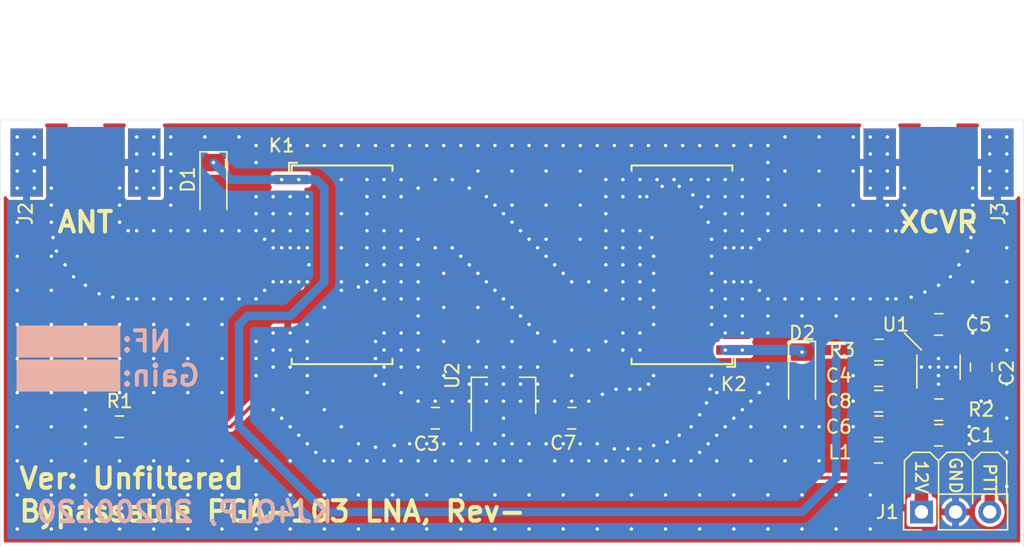
<source format=kicad_pcb>
(kicad_pcb (version 20171130) (host pcbnew 5.1.5-52549c5~84~ubuntu16.04.1)
  (layers (0 F.Cu signal) (31 B.Cu signal) (34 B.Paste user) (35 F.Paste user) (36 B.SilkS user) (37 F.SilkS user) (38 B.Mask user) (39 F.Mask user) (44 Edge.Cuts user))
  (net 0 "")
  (net 1 GND)
  (net 2 /+12V)
  (net 3 "Net-(C2-Pad2)")
  (net 4 "Net-(C3-Pad1)")
  (net 5 +5V)
  (net 6 "Net-(C7-Pad2)")
  (net 7 /~PTT)
  (net 8 "Net-(C4-Pad2)")
  (net 9 /RF_ANT)
  (net 10 /RF_XCVR)
  (net 11 /TX_RF)
  (net 12 /RX_RF_IN)
  (net 13 /RX_RF_OUT)
  (module digikey-footprints:0805 (layer F.Cu) (at 154.305 80.645 180)
    (fp_text reference R3 (at 3.81 0) (layer F.SilkS) (effects (justify left)))
    (fp_text value 10)
    (pad 1 smd rect (at -1.05 0 180) (size 1.2 1.2) (layers F.Cu F.Paste F.Mask) (net 8 "Net-(C4-Pad2)"))
    (pad 2 smd rect (at 1.05 0 180) (size 1.2 1.2) (layers F.Cu F.Paste F.Mask) (net 5 +5V))
  )
  (module Diode_SMD:D_MiniMELF (layer F.Cu) (at 104.775 68.425 270)
    (fp_text reference D1 (at -0.48 1.905 90) (layer F.SilkS))
    (fp_text value LL4148)
    (pad 2 smd rect (at 1.75 0 270) (size 1.3 1.7) (layers F.Cu F.Paste F.Mask) (net 1 GND))
    (pad 1 smd rect (at -1.75 0 270) (size 1.3 1.7) (layers F.Cu F.Paste F.Mask) (net 5 +5V))
  )
  (module mw_inductor:90deg_125mil_curve (layer F.Cu) (at 136.525 82.55)
    (fp_text reference REF** hide)
    (fp_text value 90deg_125mil_curve hide)
    (pad 1 smd custom (at 3.175 0) (size 1.905 1.905) (layers F.Cu) (net 13 /RX_RF_OUT) (options (clearance outline) (anchor circle)) (primitives (gr_arc (start -3.175 0) (end -3.175 3.175) (angle -90) (width 3.175))))
    (pad 1 smd circle (at 0 3.175) (size 1.905 1.905) (layers F.Cu) (net 13 /RX_RF_OUT))
  )
  (module mw_inductor:45deg_125mil_curve (layer F.Cu) (at 136.525 72.730064 90)
    (fp_text reference REF** hide)
    (fp_text value 45deg_125mil_curve hide)
    (pad 1 smd custom (at 2.245064 2.245064 90) (size 1.905 1.905) (layers F.Cu) (net 13 /RX_RF_OUT) (options (clearance outline) (anchor circle)) (primitives (gr_arc (start -2.245064 -2.245064) (end -2.245064 0.929936) (angle -45) (width 3.175))))
    (pad 1 smd circle (at 0 3.175 90) (size 1.905 1.905) (layers F.Cu) (net 13 /RX_RF_OUT))
  )
  (module mw_inductor:45deg_125mil_curve (layer F.Cu) (at 132.207 74.93 315)
    (fp_text reference REF** hide)
    (fp_text value 45deg_125mil_curve hide)
    (pad 1 smd custom (at 2.245064 2.245064 315) (size 1.905 1.905) (layers F.Cu) (net 11 /TX_RF) (options (clearance outline) (anchor circle)) (primitives (gr_arc (start -2.245064 -2.245064) (end -2.245064 0.929936) (angle -45) (width 3.175))))
    (pad 1 smd circle (at 0 3.175 315) (size 1.905 1.905) (layers F.Cu) (net 11 /TX_RF))
  )
  (module mw_inductor:45deg_125mil_curve (layer F.Cu) (at 121.92 73.66 135)
    (fp_text reference REF** hide)
    (fp_text value 45deg_125mil_curve hide)
    (pad 1 smd custom (at 2.245064 2.245064 135) (size 1.905 1.905) (layers F.Cu) (net 11 /TX_RF) (options (clearance outline) (anchor circle)) (primitives (gr_arc (start -2.245064 -2.245064) (end -2.245064 0.929936) (angle -45) (width 3.175))))
    (pad 1 smd circle (at 0 3.175 135) (size 1.905 1.905) (layers F.Cu) (net 11 /TX_RF))
  )
  (module mw_inductor:90deg_125mil_curve (layer F.Cu) (at 98.425 71.12 270)
    (fp_text reference REF** hide)
    (fp_text value 90deg_125mil_curve hide)
    (pad 1 smd custom (at 3.175 0 270) (size 1.905 1.905) (layers F.Cu) (net 9 /RF_ANT) (options (clearance outline) (anchor circle)) (primitives (gr_arc (start -3.175 0) (end -3.175 3.175) (angle -90) (width 3.175))))
    (pad 1 smd circle (at 0 3.175 270) (size 1.905 1.905) (layers F.Cu) (net 9 /RF_ANT))
  )
  (module mw_inductor:90deg_125mil_curve (layer F.Cu) (at 155.575 71.12)
    (fp_text reference REF** hide)
    (fp_text value 90deg_125mil_curve hide)
    (pad 1 smd custom (at 3.175 0) (size 1.905 1.905) (layers F.Cu) (net 10 /RF_XCVR) (options (clearance outline) (anchor circle)) (primitives (gr_arc (start -3.175 0) (end -3.175 3.175) (angle -90) (width 3.175))))
    (pad 1 smd circle (at 0 3.175) (size 1.905 1.905) (layers F.Cu) (net 10 /RF_XCVR))
  )
  (module Connector_PinHeader_2.54mm:PinHeader_1x03_P2.54mm_Vertical (layer F.Cu) (at 157.480002 92.71 90)
    (fp_text reference J1 (at 0 -2.54) (layer F.SilkS))
    (fp_text value CON)
    (pad 1 thru_hole rect (at 0 0 90) (size 1.7 1.7) (drill 1) (layers *.Cu *.Mask) (net 2 /+12V))
    (pad 2 thru_hole oval (at 0 2.54 90) (size 1.7 1.7) (drill 1) (layers *.Cu *.Mask) (net 1 GND))
    (pad 3 thru_hole oval (at 0 5.08 90) (size 1.7 1.7) (drill 1) (layers *.Cu *.Mask) (net 7 /~PTT))
  )
  (module digikey-footprints:0805 (layer F.Cu) (at 154.305 84.455)
    (fp_text reference C8 (at -1.905 0) (layer F.SilkS) (effects (justify right)))
    (fp_text value 0.1uF)
    (pad 1 smd rect (at -1.05 0) (size 1.2 1.2) (layers F.Cu F.Paste F.Mask) (net 1 GND))
    (pad 2 smd rect (at 1.05 0) (size 1.2 1.2) (layers F.Cu F.Paste F.Mask) (net 8 "Net-(C4-Pad2)"))
  )
  (module digikey-footprints:0805 (layer F.Cu) (at 158.75 85.09 180)
    (fp_text reference R2 (at -3.175 0 180) (layer F.SilkS))
    (fp_text value 100k)
    (pad 2 smd rect (at 1.05 0 180) (size 1.2 1.2) (layers F.Cu F.Paste F.Mask) (net 2 /+12V))
    (pad 1 smd rect (at -1.05 0 180) (size 1.2 1.2) (layers F.Cu F.Paste F.Mask) (net 7 /~PTT))
  )
  (module digikey-footprints:0805 (layer F.Cu) (at 154.305 82.55)
    (fp_text reference C4 (at -1.905 0) (layer F.SilkS) (effects (justify right)))
    (fp_text value 10uF)
    (pad 1 smd rect (at -1.05 0) (size 1.2 1.2) (layers F.Cu F.Paste F.Mask) (net 1 GND))
    (pad 2 smd rect (at 1.05 0) (size 1.2 1.2) (layers F.Cu F.Paste F.Mask) (net 8 "Net-(C4-Pad2)"))
  )
  (module digikey-footprints:0805 (layer F.Cu) (at 154.305 86.36)
    (fp_text reference C6 (at -1.905 0) (layer F.SilkS) (effects (justify right)))
    (fp_text value 100pF)
    (pad 1 smd rect (at -1.05 0) (size 1.2 1.2) (layers F.Cu F.Paste F.Mask) (net 1 GND))
    (pad 2 smd rect (at 1.05 0) (size 1.2 1.2) (layers F.Cu F.Paste F.Mask) (net 8 "Net-(C4-Pad2)"))
  )
  (module digikey-footprints:0805 (layer F.Cu) (at 158.75 78.74 180)
    (fp_text reference C5 (at -1.905 0) (layer F.SilkS) (effects (justify left)))
    (fp_text value 0.1uF)
    (pad 2 smd rect (at 1.05 0 180) (size 1.2 1.2) (layers F.Cu F.Paste F.Mask) (net 5 +5V))
    (pad 1 smd rect (at -1.05 0 180) (size 1.2 1.2) (layers F.Cu F.Paste F.Mask) (net 1 GND))
  )
  (module digikey-footprints:0805 (layer F.Cu) (at 154.305 88.265)
    (fp_text reference L1 (at -1.905 0) (layer F.SilkS) (effects (justify right)))
    (fp_text value 56nH)
    (pad 2 smd rect (at 1.05 0) (size 1.2 1.2) (layers F.Cu F.Paste F.Mask) (net 8 "Net-(C4-Pad2)"))
    (pad 1 smd rect (at -1.05 0) (size 1.2 1.2) (layers F.Cu F.Paste F.Mask) (net 6 "Net-(C7-Pad2)"))
  )
  (module digikey-footprints:0805 (layer F.Cu) (at 161.925 81.915 90)
    (fp_text reference C2 (at 0.635 1.905 90) (layer F.SilkS) (effects (justify right)))
    (fp_text value 0.1uF)
    (pad 2 smd rect (at 1.05 0 90) (size 1.2 1.2) (layers F.Cu F.Paste F.Mask) (net 3 "Net-(C2-Pad2)"))
    (pad 1 smd rect (at -1.05 0 90) (size 1.2 1.2) (layers F.Cu F.Paste F.Mask) (net 1 GND))
  )
  (module digikey-footprints:0805 (layer F.Cu) (at 158.75 86.995 180)
    (fp_text reference C1 (at -3.175 0 180) (layer F.SilkS))
    (fp_text value 1uF)
    (pad 1 smd rect (at -1.05 0 180) (size 1.2 1.2) (layers F.Cu F.Paste F.Mask) (net 1 GND))
    (pad 2 smd rect (at 1.05 0 180) (size 1.2 1.2) (layers F.Cu F.Paste F.Mask) (net 2 /+12V))
  )
  (module Package_TO_SOT_SMD:SOT-23-5 (layer F.Cu) (at 158.75 81.915 90)
    (fp_text reference U1 (at 3.175 -3.175) (layer F.SilkS))
    (fp_text value SPX3819M5-L-5-0)
    (pad 1 smd rect (at -1.1 -0.95 90) (size 1.06 0.65) (layers F.Cu F.Paste F.Mask) (net 2 /+12V))
    (pad 2 smd rect (at -1.1 0 90) (size 1.06 0.65) (layers F.Cu F.Paste F.Mask) (net 1 GND))
    (pad 3 smd rect (at -1.1 0.95 90) (size 1.06 0.65) (layers F.Cu F.Paste F.Mask) (net 7 /~PTT))
    (pad 4 smd rect (at 1.1 0.95 90) (size 1.06 0.65) (layers F.Cu F.Paste F.Mask) (net 3 "Net-(C2-Pad2)"))
    (pad 5 smd rect (at 1.1 -0.95 90) (size 1.06 0.65) (layers F.Cu F.Paste F.Mask) (net 5 +5V))
  )
  (module Relay_SMD:Relay_SPDT_AXICOM_HF3Series_50ohms_Pitch1.27mm (layer F.Cu) (at 139.7 74.295 180)
    (fp_text reference K2 (at -3.81 -8.89) (layer F.SilkS))
    (fp_text value HF3-53)
    (pad 22 smd rect (at 3.75 -6.35 180) (size 2.5 0.7) (layers F.Cu F.Paste F.Mask) (net 1 GND))
    (pad 21 smd rect (at 4 -5.08 180) (size 2 0.7) (layers F.Cu F.Paste F.Mask) (net 1 GND))
    (pad 20 smd rect (at 4 -3.81 180) (size 2 0.9) (layers F.Cu F.Paste F.Mask) (net 11 /TX_RF))
    (pad 19 smd rect (at 4 -2.54 180) (size 2 0.7) (layers F.Cu F.Paste F.Mask) (net 1 GND))
    (pad 17 smd rect (at 4 0 180) (size 2 0.9) (layers F.Cu F.Paste F.Mask) (net 1 GND))
    (pad 15 smd rect (at 4 2.54 180) (size 2 0.7) (layers F.Cu F.Paste F.Mask) (net 1 GND))
    (pad 14 smd rect (at 4 3.81 180) (size 2 0.9) (layers F.Cu F.Paste F.Mask) (net 13 /RX_RF_OUT))
    (pad 13 smd rect (at 4 5.08 180) (size 2 0.7) (layers F.Cu F.Paste F.Mask) (net 1 GND))
    (pad 12 smd rect (at 3.75 6.35 180) (size 2.5 0.7) (layers F.Cu F.Paste F.Mask) (net 1 GND))
    (pad 11 smd rect (at -3.75 6.35 180) (size 2.5 0.7) (layers F.Cu F.Paste F.Mask) (net 1 GND))
    (pad 10 smd rect (at -4 5.08 180) (size 2 0.9) (layers F.Cu F.Paste F.Mask) (net 1 GND))
    (pad 7 smd rect (at -4 1.27 180) (size 2 0.7) (layers F.Cu F.Paste F.Mask) (net 1 GND))
    (pad 6 smd rect (at -4 0 180) (size 2 0.9) (layers F.Cu F.Paste F.Mask) (net 10 /RF_XCVR))
    (pad 5 smd rect (at -4 -1.27 180) (size 2 0.7) (layers F.Cu F.Paste F.Mask) (net 1 GND))
    (pad 2 smd rect (at -4 -5.08 180) (size 2 0.9) (layers F.Cu F.Paste F.Mask) (net 1 GND))
    (pad 1 smd rect (at -3.75 -6.35 180) (size 2.5 0.7) (layers F.Cu F.Paste F.Mask) (net 5 +5V))
  )
  (module Relay_SMD:Relay_SPDT_AXICOM_HF3Series_50ohms_Pitch1.27mm (layer F.Cu) (at 114.3 74.295)
    (fp_text reference K1 (at -4.445 -8.89) (layer F.SilkS))
    (fp_text value HF3-53)
    (pad 1 smd rect (at -3.75 -6.35) (size 2.5 0.7) (layers F.Cu F.Paste F.Mask) (net 5 +5V))
    (pad 2 smd rect (at -4 -5.08) (size 2 0.9) (layers F.Cu F.Paste F.Mask) (net 1 GND))
    (pad 5 smd rect (at -4 -1.27) (size 2 0.7) (layers F.Cu F.Paste F.Mask) (net 1 GND))
    (pad 6 smd rect (at -4 0) (size 2 0.9) (layers F.Cu F.Paste F.Mask) (net 9 /RF_ANT))
    (pad 7 smd rect (at -4 1.27) (size 2 0.7) (layers F.Cu F.Paste F.Mask) (net 1 GND))
    (pad 10 smd rect (at -4 5.08) (size 2 0.9) (layers F.Cu F.Paste F.Mask) (net 1 GND))
    (pad 11 smd rect (at -3.75 6.35) (size 2.5 0.7) (layers F.Cu F.Paste F.Mask) (net 1 GND))
    (pad 12 smd rect (at 3.75 6.35) (size 2.5 0.7) (layers F.Cu F.Paste F.Mask) (net 1 GND))
    (pad 13 smd rect (at 4 5.08) (size 2 0.7) (layers F.Cu F.Paste F.Mask) (net 1 GND))
    (pad 14 smd rect (at 4 3.81) (size 2 0.9) (layers F.Cu F.Paste F.Mask) (net 12 /RX_RF_IN))
    (pad 15 smd rect (at 4 2.54) (size 2 0.7) (layers F.Cu F.Paste F.Mask) (net 1 GND))
    (pad 17 smd rect (at 4 0) (size 2 0.9) (layers F.Cu F.Paste F.Mask) (net 1 GND))
    (pad 19 smd rect (at 4 -2.54) (size 2 0.7) (layers F.Cu F.Paste F.Mask) (net 1 GND))
    (pad 20 smd rect (at 4 -3.81) (size 2 0.9) (layers F.Cu F.Paste F.Mask) (net 11 /TX_RF))
    (pad 21 smd rect (at 4 -5.08) (size 2 0.7) (layers F.Cu F.Paste F.Mask) (net 1 GND))
    (pad 22 smd rect (at 3.75 -6.35) (size 2.5 0.7) (layers F.Cu F.Paste F.Mask) (net 1 GND))
  )
  (module digikey-footprints:RF_SMA_BoardEdge_142-0701-801 (layer F.Cu) (at 158.75 64.135)
    (fp_text reference J3 (at 4.445 6.35 270) (layer F.SilkS))
    (fp_text value XCVR)
    (pad 2 smd rect (at -4.3815 2.54) (size 2.413 5.08) (layers B.Cu B.Paste B.Mask) (net 1 GND))
    (pad 2 smd rect (at 4.3815 2.54) (size 2.413 5.08) (layers B.Cu B.Paste B.Mask) (net 1 GND))
    (pad 2 smd rect (at 4.3815 2.54) (size 2.413 5.08) (layers F.Cu F.Paste F.Mask) (net 1 GND))
    (pad 1 smd rect (at 0 2.54) (size 2.286 5.08) (layers F.Cu F.Paste F.Mask) (net 10 /RF_XCVR))
    (pad 2 smd rect (at -4.3815 2.54) (size 2.413 5.08) (layers F.Cu F.Paste F.Mask) (net 1 GND))
  )
  (module digikey-footprints:RF_SMA_BoardEdge_142-0701-801 (layer F.Cu) (at 95.25 64.135)
    (fp_text reference J2 (at -4.445 6.35 90) (layer F.SilkS))
    (fp_text value ANT)
    (pad 2 smd rect (at -4.3815 2.54) (size 2.413 5.08) (layers B.Cu B.Paste B.Mask) (net 1 GND))
    (pad 2 smd rect (at 4.3815 2.54) (size 2.413 5.08) (layers B.Cu B.Paste B.Mask) (net 1 GND))
    (pad 2 smd rect (at 4.3815 2.54) (size 2.413 5.08) (layers F.Cu F.Paste F.Mask) (net 1 GND))
    (pad 1 smd rect (at 0 2.54) (size 2.286 5.08) (layers F.Cu F.Paste F.Mask) (net 9 /RF_ANT))
    (pad 2 smd rect (at -4.3815 2.54) (size 2.413 5.08) (layers F.Cu F.Paste F.Mask) (net 1 GND))
  )
  (module Package_TO_SOT_SMD:SOT-89-3 (layer F.Cu) (at 126.365 84.455 90)
    (fp_text reference U2 (at 1.905 -3.81 270) (layer F.SilkS))
    (fp_text value pga-103)
    (pad 2 smd trapezoid (at -0.0762 0 180) (size 1.5 1) (rect_delta 0 0.7) (layers F.Cu F.Paste F.Mask) (net 1 GND))
    (pad 2 smd rect (at 1.3335 0) (size 2.2 1.84) (layers F.Cu F.Paste F.Mask) (net 1 GND))
    (pad 3 smd rect (at -1.48 1.5) (size 1 1.5) (layers F.Cu F.Paste F.Mask) (net 6 "Net-(C7-Pad2)"))
    (pad 2 smd rect (at -1.3335 0) (size 1 1.8) (layers F.Cu F.Paste F.Mask) (net 1 GND))
    (pad 1 smd rect (at -1.48 -1.5) (size 1 1.5) (layers F.Cu F.Paste F.Mask) (net 4 "Net-(C3-Pad1)"))
    (pad 2 smd trapezoid (at 2.667 0) (size 1.6 0.85) (rect_delta 0 0.6) (layers F.Cu F.Paste F.Mask) (net 1 GND))
  )
  (module Diode_SMD:D_MiniMELF (layer F.Cu) (at 148.59 82.55 270)
    (fp_text reference D2 (at -3.175 0 180) (layer F.SilkS))
    (fp_text value LL4148)
    (pad 2 smd rect (at 1.75 0 270) (size 1.3 1.7) (layers F.Cu F.Paste F.Mask) (net 1 GND))
    (pad 1 smd rect (at -1.75 0 270) (size 1.3 1.7) (layers F.Cu F.Paste F.Mask) (net 5 +5V))
  )
  (module digikey-footprints:0805 (layer F.Cu) (at 121.285 85.725 180)
    (fp_text reference C3 (at 0.635 -1.905) (layer F.SilkS))
    (fp_text value 100pF)
    (pad 1 smd rect (at -1.05 0 180) (size 1.2 1.2) (layers F.Cu F.Paste F.Mask) (net 4 "Net-(C3-Pad1)"))
    (pad 2 smd rect (at 1.05 0 180) (size 1.2 1.2) (layers F.Cu F.Paste F.Mask) (net 12 /RX_RF_IN))
  )
  (module digikey-footprints:0805 (layer F.Cu) (at 131.445 85.725 180)
    (fp_text reference C7 (at 0.635 -1.84) (layer F.SilkS))
    (fp_text value 100pF)
    (pad 2 smd rect (at 1.05 0 180) (size 1.2 1.2) (layers F.Cu F.Paste F.Mask) (net 6 "Net-(C7-Pad2)"))
    (pad 1 smd rect (at -1.05 0 180) (size 1.2 1.2) (layers F.Cu F.Paste F.Mask) (net 13 /RX_RF_OUT))
  )
  (module digikey-footprints:0805 (layer F.Cu) (at 97.79 86.36)
    (fp_text reference R1 (at 0 -1.905) (layer F.SilkS))
    (fp_text value 1M)
    (pad 1 smd rect (at -1.05 0) (size 1.2 1.2) (layers F.Cu F.Paste F.Mask) (net 1 GND))
    (pad 2 smd rect (at 1.05 0) (size 1.2 1.2) (layers F.Cu F.Paste F.Mask) (net 12 /RX_RF_IN))
  )
  (gr_text Gain: (at 97.79 82.55) (layer B.SilkS) (effects (font (size 1.524 1.524) (thickness 0.3)) (justify right mirror)))
  (gr_text NF: (at 97.79 80.01) (layer B.SilkS) (effects (font (size 1.524 1.524) (thickness 0.3)) (justify right mirror)))
  (gr_poly (pts (xy 97.79 83.693) (xy 90.17 83.693) (xy 90.17 81.407) (xy 97.79 81.407)) (layer B.SilkS) (width 0.1))
  (gr_poly (pts (xy 97.79 81.153) (xy 90.17 81.153) (xy 90.17 78.867) (xy 97.79 78.867)) (layer B.SilkS) (width 0.1))
  (gr_line (start 156.21 79.375) (end 157.48 80.645) (layer F.SilkS) (width 0.12))
  (gr_text ANT (at 95.25 71.12) (layer F.SilkS) (effects (font (size 1.524 1.524) (thickness 0.3048))))
  (gr_text XCVR (at 158.75 71.12) (layer F.SilkS) (effects (font (size 1.524 1.524) (thickness 0.3048))))
  (gr_line (start 161.29 88.9) (end 161.29 92.075) (layer F.SilkS) (width 0.12))
  (gr_line (start 158.75 92.075) (end 158.75 88.9) (layer F.SilkS) (width 0.12))
  (gr_line (start 156.21 88.9) (end 156.21 92.075) (layer F.SilkS) (width 0.12))
  (gr_line (start 156.845001 88.265) (end 156.21 88.9) (layer F.SilkS) (width 0.12))
  (gr_line (start 158.115 88.265) (end 156.845001 88.265) (layer F.SilkS) (width 0.12))
  (gr_line (start 158.75 88.9) (end 158.115 88.265) (layer F.SilkS) (width 0.12))
  (gr_line (start 159.385 88.264999) (end 158.75 88.9) (layer F.SilkS) (width 0.12))
  (gr_line (start 160.655 88.264999) (end 159.385 88.264999) (layer F.SilkS) (width 0.12))
  (gr_line (start 161.29 88.9) (end 160.655 88.264999) (layer F.SilkS) (width 0.12))
  (gr_line (start 161.925 88.265) (end 161.29 88.9) (layer F.SilkS) (width 0.12))
  (gr_line (start 163.194999 88.265) (end 161.925 88.265) (layer F.SilkS) (width 0.12))
  (gr_line (start 163.829999 88.9) (end 163.194999 88.265) (layer F.SilkS) (width 0.12))
  (gr_line (start 163.829999 92.075) (end 163.829999 88.9) (layer F.SilkS) (width 0.12))
  (gr_text 12V (at 157.479999 91.44 270) (layer F.SilkS) (effects (font (size 0.889 0.889) (thickness 0.1524)) (justify right)))
  (gr_text GND (at 160.019999 91.44 270) (layer F.SilkS) (effects (font (size 0.889 0.889) (thickness 0.1524)) (justify right)))
  (gr_text PTT (at 162.560002 91.44 270) (layer F.SilkS) (effects (font (size 0.889 0.889) (thickness 0.1524)) (justify right)))
  (gr_text "KJ4QLP, 20200120" (at 91.44 92.71) (layer B.SilkS) (effects (font (size 1.524 1.524) (thickness 0.3)) (justify right mirror)))
  (gr_text "Ver: Unfiltered\nBypassable PGA-103 LNA, Rev-" (at 90.17 91.44) (layer F.SilkS) (effects (font (size 1.524 1.524) (thickness 0.3)) (justify left)))
  (gr_line (start 88.9 95.25) (end 88.9 63.5) (layer Edge.Cuts) (width 0.0254))
  (gr_line (start 165.1 95.25) (end 88.9 95.25) (layer Edge.Cuts) (width 0.0254))
  (gr_line (start 165.1 63.5) (end 165.1 95.25) (layer Edge.Cuts) (width 0.0254))
  (gr_line (start 88.9 63.5) (end 165.1 63.5) (layer Edge.Cuts) (width 0.0254))
  (via (at 107.95 82.55) (size 0.508) (drill 0.254) (layers F.Cu B.Cu) (net 1))
  (via (at 146.05 69.215) (size 0.508) (drill 0.254) (layers F.Cu B.Cu) (net 1))
  (via (at 105.41 81.28) (size 0.508) (drill 0.254) (layers F.Cu B.Cu) (net 1))
  (via (at 105.41 83.82) (size 0.508) (drill 0.254) (layers F.Cu B.Cu) (net 1))
  (via (at 146.05 91.44) (size 0.508) (drill 0.254) (layers F.Cu B.Cu) (net 1))
  (via (at 111.125 75.565) (size 0.508) (drill 0.254) (layers F.Cu B.Cu) (net 1))
  (via (at 109.855 75.565) (size 0.508) (drill 0.254) (layers F.Cu B.Cu) (net 1))
  (via (at 111.125 73.025) (size 0.508) (drill 0.254) (layers F.Cu B.Cu) (net 1))
  (via (at 109.855 73.025) (size 0.508) (drill 0.254) (layers F.Cu B.Cu) (net 1))
  (via (at 142.875 80.645) (size 0.508) (drill 0.254) (layers F.Cu B.Cu) (net 5))
  (via (at 111.125 67.945) (size 0.508) (drill 0.254) (layers F.Cu B.Cu) (net 5))
  (via (at 158.750001 83.185) (size 0.508) (drill 0.254) (layers F.Cu B.Cu) (net 1))
  (via (at 158.75 82.55) (size 0.508) (drill 0.254) (layers F.Cu B.Cu) (net 1))
  (via (at 161.29 68.58) (size 0.508) (drill 0.254) (layers F.Cu B.Cu) (net 1))
  (via (at 141.605 69.215) (size 0.508) (drill 0.254) (layers F.Cu B.Cu) (net 1))
  (via (at 143.51 73.025) (size 0.508) (drill 0.254) (layers F.Cu B.Cu) (net 1))
  (via (at 143.51 75.565) (size 0.508) (drill 0.254) (layers F.Cu B.Cu) (net 1))
  (via (at 139.446 68.453) (size 0.508) (drill 0.254) (layers F.Cu B.Cu) (net 1))
  (via (at 118.745 80.645) (size 0.508) (drill 0.254) (layers F.Cu B.Cu) (net 1))
  (via (at 117.475 80.645) (size 0.508) (drill 0.254) (layers F.Cu B.Cu) (net 1))
  (via (at 110.49 80.645) (size 0.508) (drill 0.254) (layers F.Cu B.Cu) (net 1))
  (via (at 110.49 79.375) (size 0.508) (drill 0.254) (layers F.Cu B.Cu) (net 1))
  (via (at 110.49 69.215) (size 0.508) (drill 0.254) (layers F.Cu B.Cu) (net 1))
  (via (at 117.475 74.295) (size 0.508) (drill 0.254) (layers F.Cu B.Cu) (net 1))
  (via (at 118.745 74.295) (size 0.508) (drill 0.254) (layers F.Cu B.Cu) (net 1))
  (via (at 117.475 67.945) (size 0.508) (drill 0.254) (layers F.Cu B.Cu) (net 1))
  (via (at 118.745 67.945) (size 0.508) (drill 0.254) (layers F.Cu B.Cu) (net 1))
  (via (at 144.145 67.945) (size 0.508) (drill 0.254) (layers F.Cu B.Cu) (net 1))
  (via (at 142.875 67.945) (size 0.508) (drill 0.254) (layers F.Cu B.Cu) (net 1))
  (via (at 142.875 69.215) (size 0.508) (drill 0.254) (layers F.Cu B.Cu) (net 1))
  (via (at 144.145 69.215) (size 0.508) (drill 0.254) (layers F.Cu B.Cu) (net 1))
  (via (at 144.145 79.375) (size 0.508) (drill 0.254) (layers F.Cu B.Cu) (net 1))
  (via (at 142.875 79.375) (size 0.508) (drill 0.254) (layers F.Cu B.Cu) (net 1))
  (via (at 136.525 67.945) (size 0.508) (drill 0.254) (layers F.Cu B.Cu) (net 1))
  (via (at 135.255 67.945) (size 0.508) (drill 0.254) (layers F.Cu B.Cu) (net 1))
  (via (at 136.525 74.295) (size 0.508) (drill 0.254) (layers F.Cu B.Cu) (net 1))
  (via (at 135.255 74.295) (size 0.508) (drill 0.254) (layers F.Cu B.Cu) (net 1))
  (via (at 136.525 80.645) (size 0.508) (drill 0.254) (layers F.Cu B.Cu) (net 1))
  (via (at 135.255 80.645) (size 0.508) (drill 0.254) (layers F.Cu B.Cu) (net 1))
  (via (at 117.475 79.375) (size 0.508) (drill 0.254) (layers F.Cu B.Cu) (net 1))
  (via (at 140.462 69.088) (size 0.508) (drill 0.254) (layers F.Cu B.Cu) (net 1))
  (via (at 92.71 78.74) (size 0.508) (drill 0.254) (layers F.Cu B.Cu) (net 1))
  (via (at 126.365 81.915) (size 0.508) (drill 0.254) (layers F.Cu B.Cu) (net 1))
  (via (at 99.06 64.77) (size 0.508) (drill 0.254) (layers F.Cu B.Cu) (net 1))
  (via (at 100.33 64.77) (size 0.508) (drill 0.254) (layers F.Cu B.Cu) (net 1))
  (via (at 100.33 66.04) (size 0.508) (drill 0.254) (layers F.Cu B.Cu) (net 1))
  (via (at 99.06 66.04) (size 0.508) (drill 0.254) (layers F.Cu B.Cu) (net 1))
  (via (at 99.06 67.31) (size 0.508) (drill 0.254) (layers F.Cu B.Cu) (net 1))
  (via (at 100.33 67.31) (size 0.508) (drill 0.254) (layers F.Cu B.Cu) (net 1))
  (via (at 100.33 68.58) (size 0.508) (drill 0.254) (layers F.Cu B.Cu) (net 1))
  (via (at 92.71 71.12) (size 0.508) (drill 0.254) (layers F.Cu B.Cu) (net 1))
  (via (at 110.49 73.025) (size 0.508) (drill 0.254) (layers F.Cu B.Cu) (net 1))
  (via (at 110.49 75.565) (size 0.508) (drill 0.254) (layers F.Cu B.Cu) (net 1))
  (via (at 154.94 64.77) (size 0.508) (drill 0.254) (layers F.Cu B.Cu) (net 1))
  (via (at 153.67 64.77) (size 0.508) (drill 0.254) (layers F.Cu B.Cu) (net 1))
  (via (at 153.67 66.04) (size 0.508) (drill 0.254) (layers F.Cu B.Cu) (net 1))
  (via (at 154.94 66.04) (size 0.508) (drill 0.254) (layers F.Cu B.Cu) (net 1))
  (via (at 154.94 67.31) (size 0.508) (drill 0.254) (layers F.Cu B.Cu) (net 1))
  (via (at 153.67 67.31) (size 0.508) (drill 0.254) (layers F.Cu B.Cu) (net 1))
  (via (at 153.67 68.58) (size 0.508) (drill 0.254) (layers F.Cu B.Cu) (net 1))
  (via (at 154.94 68.58) (size 0.508) (drill 0.254) (layers F.Cu B.Cu) (net 1))
  (via (at 162.56 67.31) (size 0.508) (drill 0.254) (layers F.Cu B.Cu) (net 1))
  (via (at 163.83 66.04) (size 0.508) (drill 0.254) (layers F.Cu B.Cu) (net 1))
  (via (at 162.56 64.77) (size 0.508) (drill 0.254) (layers F.Cu B.Cu) (net 1))
  (via (at 163.83 64.77) (size 0.508) (drill 0.254) (layers F.Cu B.Cu) (net 1))
  (via (at 162.56 66.04) (size 0.508) (drill 0.254) (layers F.Cu B.Cu) (net 1))
  (via (at 163.83 67.31) (size 0.508) (drill 0.254) (layers F.Cu B.Cu) (net 1))
  (via (at 163.83 68.58) (size 0.508) (drill 0.254) (layers F.Cu B.Cu) (net 1))
  (via (at 162.56 68.58) (size 0.508) (drill 0.254) (layers F.Cu B.Cu) (net 1))
  (via (at 144.145 75.565) (size 0.508) (drill 0.254) (layers F.Cu B.Cu) (net 1))
  (via (at 142.875 75.565) (size 0.508) (drill 0.254) (layers F.Cu B.Cu) (net 1))
  (via (at 144.145 73.025) (size 0.508) (drill 0.254) (layers F.Cu B.Cu) (net 1))
  (via (at 142.875 73.025) (size 0.508) (drill 0.254) (layers F.Cu B.Cu) (net 1))
  (via (at 136.525 76.835) (size 0.508) (drill 0.254) (layers F.Cu B.Cu) (net 1))
  (via (at 135.255 76.835) (size 0.508) (drill 0.254) (layers F.Cu B.Cu) (net 1))
  (via (at 118.745 69.215) (size 0.508) (drill 0.254) (layers F.Cu B.Cu) (net 1))
  (via (at 117.475 69.215) (size 0.508) (drill 0.254) (layers F.Cu B.Cu) (net 1))
  (via (at 117.475 71.755) (size 0.508) (drill 0.254) (layers F.Cu B.Cu) (net 1))
  (via (at 118.745 71.755) (size 0.508) (drill 0.254) (layers F.Cu B.Cu) (net 1))
  (via (at 136.525 79.375) (size 0.508) (drill 0.254) (layers F.Cu B.Cu) (net 1))
  (via (at 135.255 79.375) (size 0.508) (drill 0.254) (layers F.Cu B.Cu) (net 1))
  (via (at 136.525 69.215) (size 0.508) (drill 0.254) (layers F.Cu B.Cu) (net 1))
  (via (at 135.255 69.215) (size 0.508) (drill 0.254) (layers F.Cu B.Cu) (net 1))
  (via (at 135.255 71.755) (size 0.508) (drill 0.254) (layers F.Cu B.Cu) (net 1))
  (via (at 136.525 71.755) (size 0.508) (drill 0.254) (layers F.Cu B.Cu) (net 1))
  (via (at 126.365 83.185) (size 0.508) (drill 0.254) (layers F.Cu B.Cu) (net 1))
  (via (at 124.46 87.63) (size 0.508) (drill 0.254) (layers F.Cu B.Cu) (net 1))
  (via (at 126.365 85.725) (size 0.508) (drill 0.254) (layers F.Cu B.Cu) (net 1))
  (via (at 126.365 84.455) (size 0.508) (drill 0.254) (layers F.Cu B.Cu) (net 1))
  (via (at 105.41 76.835) (size 0.508) (drill 0.254) (layers F.Cu B.Cu) (net 1))
  (via (at 104.14 76.835) (size 0.508) (drill 0.254) (layers F.Cu B.Cu) (net 1))
  (via (at 102.87 76.835) (size 0.508) (drill 0.254) (layers F.Cu B.Cu) (net 1))
  (via (at 99.06 76.835) (size 0.508) (drill 0.254) (layers F.Cu B.Cu) (net 1))
  (via (at 120.015 84.455) (size 0.508) (drill 0.254) (layers F.Cu B.Cu) (net 1))
  (via (at 121.285 84.455) (size 0.508) (drill 0.254) (layers F.Cu B.Cu) (net 1))
  (via (at 122.555 84.455) (size 0.508) (drill 0.254) (layers F.Cu B.Cu) (net 1))
  (via (at 123.825 84.455) (size 0.508) (drill 0.254) (layers F.Cu B.Cu) (net 1))
  (via (at 125.095 84.455) (size 0.508) (drill 0.254) (layers F.Cu B.Cu) (net 1))
  (via (at 119.38 87.63) (size 0.508) (drill 0.254) (layers F.Cu B.Cu) (net 1))
  (via (at 120.65 87.63) (size 0.508) (drill 0.254) (layers F.Cu B.Cu) (net 1))
  (via (at 121.92 87.63) (size 0.508) (drill 0.254) (layers F.Cu B.Cu) (net 1))
  (via (at 123.19 87.63) (size 0.508) (drill 0.254) (layers F.Cu B.Cu) (net 1))
  (via (at 127.635 84.455) (size 0.508) (drill 0.254) (layers F.Cu B.Cu) (net 1))
  (via (at 128.905 84.455) (size 0.508) (drill 0.254) (layers F.Cu B.Cu) (net 1))
  (via (at 130.175 84.455) (size 0.508) (drill 0.254) (layers F.Cu B.Cu) (net 1))
  (via (at 131.445 84.455) (size 0.508) (drill 0.254) (layers F.Cu B.Cu) (net 1))
  (via (at 132.715 84.455) (size 0.508) (drill 0.254) (layers F.Cu B.Cu) (net 1))
  (via (at 125.73 87.63) (size 0.508) (drill 0.254) (layers F.Cu B.Cu) (net 1))
  (via (at 130.81 87.63) (size 0.508) (drill 0.254) (layers F.Cu B.Cu) (net 1))
  (via (at 132.08 87.63) (size 0.508) (drill 0.254) (layers F.Cu B.Cu) (net 1))
  (via (at 134.62 88.011) (size 0.508) (drill 0.254) (layers F.Cu B.Cu) (net 1))
  (via (at 135.763 83.566) (size 0.508) (drill 0.254) (layers F.Cu B.Cu) (net 1))
  (via (at 118.745 83.82) (size 0.508) (drill 0.254) (layers F.Cu B.Cu) (net 1))
  (via (at 116.84 82.55) (size 0.508) (drill 0.254) (layers F.Cu B.Cu) (net 1))
  (via (at 116.84 80.01) (size 0.508) (drill 0.254) (layers F.Cu B.Cu) (net 1))
  (via (at 114.3 86.36) (size 0.508) (drill 0.254) (layers F.Cu B.Cu) (net 1))
  (via (at 113.03 85.09) (size 0.508) (drill 0.254) (layers F.Cu B.Cu) (net 1))
  (via (at 111.76 83.82) (size 0.508) (drill 0.254) (layers F.Cu B.Cu) (net 1))
  (via (at 111.76 82.55) (size 0.508) (drill 0.254) (layers F.Cu B.Cu) (net 1))
  (via (at 111.76 81.28) (size 0.508) (drill 0.254) (layers F.Cu B.Cu) (net 1))
  (via (at 111.76 80.01) (size 0.508) (drill 0.254) (layers F.Cu B.Cu) (net 1))
  (via (at 111.76 78.74) (size 0.508) (drill 0.254) (layers F.Cu B.Cu) (net 1))
  (via (at 113.03 77.47) (size 0.508) (drill 0.254) (layers F.Cu B.Cu) (net 1))
  (via (at 114.3 76.2) (size 0.508) (drill 0.254) (layers F.Cu B.Cu) (net 1))
  (via (at 117.475 76.835) (size 0.508) (drill 0.254) (layers F.Cu B.Cu) (net 1))
  (via (at 118.745 76.835) (size 0.508) (drill 0.254) (layers F.Cu B.Cu) (net 1))
  (via (at 116.84 81.28) (size 0.508) (drill 0.254) (layers F.Cu B.Cu) (net 1))
  (via (at 139.446 86.995) (size 0.508) (drill 0.254) (layers F.Cu B.Cu) (net 1))
  (via (at 133.35 87.63) (size 0.508) (drill 0.254) (layers F.Cu B.Cu) (net 1))
  (via (at 136.525 83.566) (size 0.508) (drill 0.254) (layers F.Cu B.Cu) (net 1))
  (via (at 140.335 86.36) (size 0.508) (drill 0.254) (layers F.Cu B.Cu) (net 1))
  (via (at 141.859 73.66) (size 0.508) (drill 0.254) (layers F.Cu B.Cu) (net 1))
  (via (at 141.097 69.977) (size 0.508) (drill 0.254) (layers F.Cu B.Cu) (net 1))
  (via (at 141.859 74.93) (size 0.508) (drill 0.254) (layers F.Cu B.Cu) (net 1))
  (via (at 141.859 76.2) (size 0.508) (drill 0.254) (layers F.Cu B.Cu) (net 1))
  (via (at 141.859 77.47) (size 0.508) (drill 0.254) (layers F.Cu B.Cu) (net 1))
  (via (at 137.541 78.74) (size 0.508) (drill 0.254) (layers F.Cu B.Cu) (net 1))
  (via (at 141.732 83.566) (size 0.508) (drill 0.254) (layers F.Cu B.Cu) (net 1))
  (via (at 137.541 82.55) (size 0.508) (drill 0.254) (layers F.Cu B.Cu) (net 1))
  (via (at 137.541 73.66) (size 0.508) (drill 0.254) (layers F.Cu B.Cu) (net 1))
  (via (at 137.541 74.93) (size 0.508) (drill 0.254) (layers F.Cu B.Cu) (net 1))
  (via (at 137.541 76.2) (size 0.508) (drill 0.254) (layers F.Cu B.Cu) (net 1))
  (via (at 137.541 77.47) (size 0.508) (drill 0.254) (layers F.Cu B.Cu) (net 1))
  (via (at 141.859 82.55) (size 0.508) (drill 0.254) (layers F.Cu B.Cu) (net 1))
  (via (at 137.16 83.185) (size 0.508) (drill 0.254) (layers F.Cu B.Cu) (net 1))
  (via (at 133.731 83.947) (size 0.508) (drill 0.254) (layers F.Cu B.Cu) (net 1))
  (via (at 140.97 85.471) (size 0.508) (drill 0.254) (layers F.Cu B.Cu) (net 1))
  (via (at 141.478 84.582) (size 0.508) (drill 0.254) (layers F.Cu B.Cu) (net 1))
  (via (at 121.285 73.025) (size 0.508) (drill 0.254) (layers F.Cu B.Cu) (net 1))
  (via (at 122.555 73.025) (size 0.508) (drill 0.254) (layers F.Cu B.Cu) (net 1))
  (via (at 123.825 74.295) (size 0.508) (drill 0.254) (layers F.Cu B.Cu) (net 1))
  (via (at 125.095 75.565) (size 0.508) (drill 0.254) (layers F.Cu B.Cu) (net 1))
  (via (at 126.365 76.835) (size 0.508) (drill 0.254) (layers F.Cu B.Cu) (net 1))
  (via (at 127.635 78.105) (size 0.508) (drill 0.254) (layers F.Cu B.Cu) (net 1))
  (via (at 128.905 79.375) (size 0.508) (drill 0.254) (layers F.Cu B.Cu) (net 1))
  (via (at 131.445 80.645) (size 0.508) (drill 0.254) (layers F.Cu B.Cu) (net 1))
  (via (at 132.715 80.645) (size 0.508) (drill 0.254) (layers F.Cu B.Cu) (net 1))
  (via (at 133.985 80.01) (size 0.508) (drill 0.254) (layers F.Cu B.Cu) (net 1))
  (via (at 95.25 93.98) (size 0.508) (drill 0.254) (layers F.Cu B.Cu) (net 1))
  (via (at 130.175 80.01) (size 0.508) (drill 0.254) (layers F.Cu B.Cu) (net 1))
  (via (at 121.92 82.55) (size 0.508) (drill 0.254) (layers F.Cu B.Cu) (net 1))
  (via (at 120.015 68.58) (size 0.508) (drill 0.254) (layers F.Cu B.Cu) (net 1))
  (via (at 121.285 67.945) (size 0.508) (drill 0.254) (layers F.Cu B.Cu) (net 1))
  (via (at 122.555 67.945) (size 0.508) (drill 0.254) (layers F.Cu B.Cu) (net 1))
  (via (at 123.825 68.58) (size 0.508) (drill 0.254) (layers F.Cu B.Cu) (net 1))
  (via (at 125.095 69.215) (size 0.508) (drill 0.254) (layers F.Cu B.Cu) (net 1))
  (via (at 126.365 70.485) (size 0.508) (drill 0.254) (layers F.Cu B.Cu) (net 1))
  (via (at 127.635 71.755) (size 0.508) (drill 0.254) (layers F.Cu B.Cu) (net 1))
  (via (at 128.905 73.025) (size 0.508) (drill 0.254) (layers F.Cu B.Cu) (net 1))
  (via (at 130.175 74.295) (size 0.508) (drill 0.254) (layers F.Cu B.Cu) (net 1))
  (via (at 131.445 75.565) (size 0.508) (drill 0.254) (layers F.Cu B.Cu) (net 1))
  (via (at 132.715 75.565) (size 0.508) (drill 0.254) (layers F.Cu B.Cu) (net 1))
  (via (at 133.985 76.2) (size 0.508) (drill 0.254) (layers F.Cu B.Cu) (net 1))
  (via (at 116.205 71.755) (size 0.508) (drill 0.254) (layers F.Cu B.Cu) (net 1))
  (via (at 116.205 70.485) (size 0.508) (drill 0.254) (layers F.Cu B.Cu) (net 1))
  (via (at 116.205 69.215) (size 0.508) (drill 0.254) (layers F.Cu B.Cu) (net 1))
  (via (at 115.57 87.63) (size 0.508) (drill 0.254) (layers F.Cu B.Cu) (net 1))
  (via (at 116.84 87.884) (size 0.508) (drill 0.254) (layers F.Cu B.Cu) (net 1))
  (via (at 118.237 87.757) (size 0.508) (drill 0.254) (layers F.Cu B.Cu) (net 1))
  (via (at 137.541 87.757) (size 0.508) (drill 0.254) (layers F.Cu B.Cu) (net 1))
  (via (at 136.525 88.011) (size 0.508) (drill 0.254) (layers F.Cu B.Cu) (net 1))
  (via (at 135.636 88.011) (size 0.508) (drill 0.254) (layers F.Cu B.Cu) (net 1))
  (via (at 127 87.63) (size 0.508) (drill 0.254) (layers F.Cu B.Cu) (net 1))
  (via (at 145.415 72.39) (size 0.508) (drill 0.254) (layers F.Cu B.Cu) (net 1))
  (via (at 147.32 71.755) (size 0.508) (drill 0.254) (layers F.Cu B.Cu) (net 1))
  (via (at 148.59 71.755) (size 0.508) (drill 0.254) (layers F.Cu B.Cu) (net 1))
  (via (at 149.86 71.755) (size 0.508) (drill 0.254) (layers F.Cu B.Cu) (net 1))
  (via (at 145.415 76.2) (size 0.508) (drill 0.254) (layers F.Cu B.Cu) (net 1))
  (via (at 147.32 76.835) (size 0.508) (drill 0.254) (layers F.Cu B.Cu) (net 1))
  (via (at 148.59 76.835) (size 0.508) (drill 0.254) (layers F.Cu B.Cu) (net 1))
  (via (at 149.86 76.835) (size 0.508) (drill 0.254) (layers F.Cu B.Cu) (net 1))
  (via (at 151.13 76.835) (size 0.508) (drill 0.254) (layers F.Cu B.Cu) (net 1))
  (via (at 155.575 76.835) (size 0.508) (drill 0.254) (layers F.Cu B.Cu) (net 1))
  (via (at 158.75 75.819) (size 0.508) (drill 0.254) (layers F.Cu B.Cu) (net 1))
  (via (at 157.734 76.327) (size 0.508) (drill 0.254) (layers F.Cu B.Cu) (net 1))
  (via (at 152.4 71.755) (size 0.508) (drill 0.254) (layers F.Cu B.Cu) (net 1))
  (via (at 151.13 71.755) (size 0.508) (drill 0.254) (layers F.Cu B.Cu) (net 1))
  (via (at 154.94 68.58) (size 0.508) (drill 0.254) (layers F.Cu B.Cu) (net 1))
  (via (at 92.71 81.28) (size 0.508) (drill 0.254) (layers F.Cu B.Cu) (net 1))
  (via (at 99.06 68.58) (size 0.508) (drill 0.254) (layers F.Cu B.Cu) (net 1))
  (via (at 107.95 76.835) (size 0.508) (drill 0.254) (layers F.Cu B.Cu) (net 1))
  (via (at 109.22 75.565) (size 0.508) (drill 0.254) (layers F.Cu B.Cu) (net 1))
  (via (at 111.76 75.565) (size 0.508) (drill 0.254) (layers F.Cu B.Cu) (net 1))
  (via (at 111.887 74.295) (size 0.508) (drill 0.254) (layers F.Cu B.Cu) (net 1))
  (via (at 111.76 73.025) (size 0.508) (drill 0.254) (layers F.Cu B.Cu) (net 1))
  (via (at 109.22 73.025) (size 0.508) (drill 0.254) (layers F.Cu B.Cu) (net 1))
  (via (at 107.95 71.755) (size 0.508) (drill 0.254) (layers F.Cu B.Cu) (net 1))
  (via (at 100.33 76.835) (size 0.508) (drill 0.254) (layers F.Cu B.Cu) (net 1))
  (via (at 97.282 76.708) (size 0.508) (drill 0.254) (layers F.Cu B.Cu) (net 1))
  (via (at 98.425 76.835) (size 0.508) (drill 0.254) (layers F.Cu B.Cu) (net 1))
  (via (at 96.266 76.454) (size 0.508) (drill 0.254) (layers F.Cu B.Cu) (net 1))
  (via (at 106.68 76.835) (size 0.508) (drill 0.254) (layers F.Cu B.Cu) (net 1))
  (via (at 125.095 81.915) (size 0.508) (drill 0.254) (layers F.Cu B.Cu) (net 1))
  (via (at 123.825 81.915) (size 0.508) (drill 0.254) (layers F.Cu B.Cu) (net 1))
  (via (at 123.825 83.185) (size 0.508) (drill 0.254) (layers F.Cu B.Cu) (net 1))
  (via (at 125.095 83.185) (size 0.508) (drill 0.254) (layers F.Cu B.Cu) (net 1))
  (via (at 127.635 83.185) (size 0.508) (drill 0.254) (layers F.Cu B.Cu) (net 1))
  (via (at 128.905 83.185) (size 0.508) (drill 0.254) (layers F.Cu B.Cu) (net 1))
  (via (at 128.905 81.915) (size 0.508) (drill 0.254) (layers F.Cu B.Cu) (net 1))
  (via (at 127.635 81.915) (size 0.508) (drill 0.254) (layers F.Cu B.Cu) (net 1))
  (via (at 101.6 66.04) (size 0.508) (drill 0.254) (layers F.Cu B.Cu) (net 1))
  (via (at 104.775 66.675) (size 0.508) (drill 0.254) (layers F.Cu B.Cu) (net 5))
  (via (at 101.6 68.58) (size 0.508) (drill 0.254) (layers F.Cu B.Cu) (net 1))
  (via (at 95.25 87.63) (size 0.508) (drill 0.254) (layers F.Cu B.Cu) (net 1))
  (via (at 97.79 81.28) (size 0.508) (drill 0.254) (layers F.Cu B.Cu) (net 1))
  (via (at 126.365 86.995) (size 0.508) (drill 0.254) (layers F.Cu B.Cu) (net 1))
  (via (at 148.59 86.36) (size 0.508) (drill 0.254) (layers F.Cu B.Cu) (net 1))
  (via (at 134.747 83.566) (size 0.508) (drill 0.254) (layers F.Cu B.Cu) (net 1))
  (via (at 118.745 79.375) (size 0.508) (drill 0.254) (layers F.Cu B.Cu) (net 1))
  (via (at 120.015 79.375) (size 0.508) (drill 0.254) (layers F.Cu B.Cu) (net 1))
  (via (at 120.015 78.105) (size 0.508) (drill 0.254) (layers F.Cu B.Cu) (net 1))
  (via (at 120.015 76.835) (size 0.508) (drill 0.254) (layers F.Cu B.Cu) (net 1))
  (via (at 115.57 75.946) (size 0.508) (drill 0.254) (layers F.Cu B.Cu) (net 1))
  (via (at 116.84 76.2) (size 0.508) (drill 0.254) (layers F.Cu B.Cu) (net 1))
  (via (at 133.985 69.215) (size 0.508) (drill 0.254) (layers F.Cu B.Cu) (net 1))
  (via (at 133.985 70.485) (size 0.508) (drill 0.254) (layers F.Cu B.Cu) (net 1))
  (via (at 133.985 71.755) (size 0.508) (drill 0.254) (layers F.Cu B.Cu) (net 1))
  (via (at 135.255 75.565) (size 0.508) (drill 0.254) (layers F.Cu B.Cu) (net 1))
  (via (at 136.525 75.565) (size 0.508) (drill 0.254) (layers F.Cu B.Cu) (net 1))
  (via (at 136.525 73.025) (size 0.508) (drill 0.254) (layers F.Cu B.Cu) (net 1))
  (via (at 135.255 73.025) (size 0.508) (drill 0.254) (layers F.Cu B.Cu) (net 1))
  (via (at 133.985 73.025) (size 0.508) (drill 0.254) (layers F.Cu B.Cu) (net 1))
  (via (at 133.985 74.295) (size 0.508) (drill 0.254) (layers F.Cu B.Cu) (net 1))
  (via (at 133.985 67.945) (size 0.508) (drill 0.254) (layers F.Cu B.Cu) (net 1))
  (via (at 144.145 78.105) (size 0.508) (drill 0.254) (layers F.Cu B.Cu) (net 1))
  (via (at 142.875 78.105) (size 0.508) (drill 0.254) (layers F.Cu B.Cu) (net 1))
  (via (at 142.875 76.835) (size 0.508) (drill 0.254) (layers F.Cu B.Cu) (net 1))
  (via (at 144.145 76.835) (size 0.508) (drill 0.254) (layers F.Cu B.Cu) (net 1))
  (via (at 144.145 71.755) (size 0.508) (drill 0.254) (layers F.Cu B.Cu) (net 1))
  (via (at 142.875 71.755) (size 0.508) (drill 0.254) (layers F.Cu B.Cu) (net 1))
  (via (at 142.875 70.485) (size 0.508) (drill 0.254) (layers F.Cu B.Cu) (net 1))
  (via (at 144.145 70.485) (size 0.508) (drill 0.254) (layers F.Cu B.Cu) (net 1))
  (via (at 141.605 67.945) (size 0.508) (drill 0.254) (layers F.Cu B.Cu) (net 1))
  (via (at 140.335 67.945) (size 0.508) (drill 0.254) (layers F.Cu B.Cu) (net 1))
  (via (at 137.033 69.215) (size 0.508) (drill 0.254) (layers F.Cu B.Cu) (net 1))
  (via (at 138.176 68.453) (size 0.508) (drill 0.254) (layers F.Cu B.Cu) (net 1))
  (via (at 131.445 82.55) (size 0.508) (drill 0.254) (layers F.Cu B.Cu) (net 1))
  (via (at 95.25 91.44) (size 0.508) (drill 0.254) (layers F.Cu B.Cu) (net 1))
  (via (at 95.25 88.9) (size 0.508) (drill 0.254) (layers F.Cu B.Cu) (net 1))
  (via (at 109.855 85.725) (size 0.508) (drill 0.254) (layers F.Cu B.Cu) (net 1))
  (via (at 95.25 81.28) (size 0.508) (drill 0.254) (layers F.Cu B.Cu) (net 1))
  (via (at 95.25 78.74) (size 0.508) (drill 0.254) (layers F.Cu B.Cu) (net 1))
  (via (at 106.68 71.755) (size 0.508) (drill 0.254) (layers F.Cu B.Cu) (net 1))
  (via (at 92.71 69.85) (size 0.508) (drill 0.254) (layers F.Cu B.Cu) (net 1))
  (via (at 95.25 75.819) (size 0.508) (drill 0.254) (layers F.Cu B.Cu) (net 1))
  (via (at 94.361 75.184) (size 0.508) (drill 0.254) (layers F.Cu B.Cu) (net 1))
  (via (at 92.71 68.58) (size 0.508) (drill 0.254) (layers F.Cu B.Cu) (net 1))
  (via (at 101.6 76.835) (size 0.508) (drill 0.254) (layers F.Cu B.Cu) (net 1))
  (via (at 92.71 83.82) (size 0.508) (drill 0.254) (layers F.Cu B.Cu) (net 1))
  (via (at 113.03 91.44) (size 0.508) (drill 0.254) (layers F.Cu B.Cu) (net 1))
  (via (at 92.71 86.36) (size 0.508) (drill 0.254) (layers F.Cu B.Cu) (net 1))
  (via (at 97.79 88.9) (size 0.508) (drill 0.254) (layers F.Cu B.Cu) (net 1))
  (via (at 97.79 93.98) (size 0.508) (drill 0.254) (layers F.Cu B.Cu) (net 1))
  (via (at 100.33 93.98) (size 0.508) (drill 0.254) (layers F.Cu B.Cu) (net 1))
  (via (at 102.87 93.98) (size 0.508) (drill 0.254) (layers F.Cu B.Cu) (net 1))
  (via (at 105.41 93.98) (size 0.508) (drill 0.254) (layers F.Cu B.Cu) (net 1))
  (via (at 107.95 93.98) (size 0.508) (drill 0.254) (layers F.Cu B.Cu) (net 1))
  (via (at 110.49 93.98) (size 0.508) (drill 0.254) (layers F.Cu B.Cu) (net 1))
  (via (at 113.03 93.98) (size 0.508) (drill 0.254) (layers F.Cu B.Cu) (net 1))
  (via (at 115.57 93.98) (size 0.508) (drill 0.254) (layers F.Cu B.Cu) (net 1))
  (via (at 110.49 88.9) (size 0.508) (drill 0.254) (layers F.Cu B.Cu) (net 1))
  (via (at 107.95 88.9) (size 0.508) (drill 0.254) (layers F.Cu B.Cu) (net 1))
  (via (at 107.95 91.44) (size 0.508) (drill 0.254) (layers F.Cu B.Cu) (net 1))
  (via (at 110.49 91.44) (size 0.508) (drill 0.254) (layers F.Cu B.Cu) (net 1))
  (via (at 105.41 91.44) (size 0.508) (drill 0.254) (layers F.Cu B.Cu) (net 1))
  (via (at 102.87 91.44) (size 0.508) (drill 0.254) (layers F.Cu B.Cu) (net 1))
  (via (at 100.33 91.44) (size 0.508) (drill 0.254) (layers F.Cu B.Cu) (net 1))
  (via (at 97.79 91.44) (size 0.508) (drill 0.254) (layers F.Cu B.Cu) (net 1))
  (via (at 100.33 88.9) (size 0.508) (drill 0.254) (layers F.Cu B.Cu) (net 1))
  (via (at 102.87 88.9) (size 0.508) (drill 0.254) (layers F.Cu B.Cu) (net 1))
  (via (at 105.41 88.9) (size 0.508) (drill 0.254) (layers F.Cu B.Cu) (net 1))
  (via (at 118.11 91.44) (size 0.508) (drill 0.254) (layers F.Cu B.Cu) (net 1))
  (via (at 120.65 91.44) (size 0.508) (drill 0.254) (layers F.Cu B.Cu) (net 1))
  (via (at 123.19 91.44) (size 0.508) (drill 0.254) (layers F.Cu B.Cu) (net 1))
  (via (at 125.73 91.44) (size 0.508) (drill 0.254) (layers F.Cu B.Cu) (net 1))
  (via (at 153.67 76.835) (size 0.508) (drill 0.254) (layers F.Cu B.Cu) (net 1))
  (via (at 154.94 76.835) (size 0.508) (drill 0.254) (layers F.Cu B.Cu) (net 1))
  (via (at 152.4 76.835) (size 0.508) (drill 0.254) (layers F.Cu B.Cu) (net 1))
  (via (at 146.05 81.915) (size 0.508) (drill 0.254) (layers F.Cu B.Cu) (net 1))
  (via (at 146.05 79.375) (size 0.508) (drill 0.254) (layers F.Cu B.Cu) (net 1))
  (via (at 121.92 77.47) (size 0.508) (drill 0.254) (layers F.Cu B.Cu) (net 1))
  (via (at 121.92 80.01) (size 0.508) (drill 0.254) (layers F.Cu B.Cu) (net 1))
  (via (at 124.46 80.01) (size 0.508) (drill 0.254) (layers F.Cu B.Cu) (net 1))
  (via (at 124.46 77.47) (size 0.508) (drill 0.254) (layers F.Cu B.Cu) (net 1))
  (via (at 132.08 72.39) (size 0.508) (drill 0.254) (layers F.Cu B.Cu) (net 1))
  (via (at 132.08 69.85) (size 0.508) (drill 0.254) (layers F.Cu B.Cu) (net 1))
  (via (at 132.08 67.31) (size 0.508) (drill 0.254) (layers F.Cu B.Cu) (net 1))
  (via (at 132.08 65.405) (size 0.508) (drill 0.254) (layers F.Cu B.Cu) (net 1))
  (via (at 129.54 65.405) (size 0.508) (drill 0.254) (layers F.Cu B.Cu) (net 1))
  (via (at 127 65.405) (size 0.508) (drill 0.254) (layers F.Cu B.Cu) (net 1))
  (via (at 124.46 65.405) (size 0.508) (drill 0.254) (layers F.Cu B.Cu) (net 1))
  (via (at 121.92 65.405) (size 0.508) (drill 0.254) (layers F.Cu B.Cu) (net 1))
  (via (at 119.38 65.405) (size 0.508) (drill 0.254) (layers F.Cu B.Cu) (net 1))
  (via (at 134.62 65.405) (size 0.508) (drill 0.254) (layers F.Cu B.Cu) (net 1))
  (via (at 137.16 65.405) (size 0.508) (drill 0.254) (layers F.Cu B.Cu) (net 1))
  (via (at 139.7 65.405) (size 0.508) (drill 0.254) (layers F.Cu B.Cu) (net 1))
  (via (at 142.24 65.405) (size 0.508) (drill 0.254) (layers F.Cu B.Cu) (net 1))
  (via (at 144.78 65.405) (size 0.508) (drill 0.254) (layers F.Cu B.Cu) (net 1))
  (via (at 129.54 67.31) (size 0.508) (drill 0.254) (layers F.Cu B.Cu) (net 1))
  (via (at 127 67.31) (size 0.508) (drill 0.254) (layers F.Cu B.Cu) (net 1))
  (via (at 129.54 69.85) (size 0.508) (drill 0.254) (layers F.Cu B.Cu) (net 1))
  (via (at 127 80.01) (size 0.508) (drill 0.254) (layers F.Cu B.Cu) (net 1))
  (via (at 121.92 74.93) (size 0.508) (drill 0.254) (layers F.Cu B.Cu) (net 1))
  (via (at 115.57 91.44) (size 0.508) (drill 0.254) (layers F.Cu B.Cu) (net 1))
  (via (at 118.11 93.98) (size 0.508) (drill 0.254) (layers F.Cu B.Cu) (net 1))
  (via (at 120.65 93.98) (size 0.508) (drill 0.254) (layers F.Cu B.Cu) (net 1))
  (via (at 123.19 93.98) (size 0.508) (drill 0.254) (layers F.Cu B.Cu) (net 1))
  (via (at 125.73 93.98) (size 0.508) (drill 0.254) (layers F.Cu B.Cu) (net 1))
  (via (at 137.795 88.9) (size 0.508) (drill 0.254) (layers F.Cu B.Cu) (net 1))
  (via (at 135.255 88.9) (size 0.508) (drill 0.254) (layers F.Cu B.Cu) (net 1))
  (via (at 136.525 88.9) (size 0.508) (drill 0.254) (layers F.Cu B.Cu) (net 1))
  (via (at 151.13 78.105) (size 0.508) (drill 0.254) (layers F.Cu B.Cu) (net 1))
  (via (at 107.95 81.28) (size 0.508) (drill 0.254) (layers F.Cu B.Cu) (net 1))
  (via (at 110.49 86.36) (size 0.508) (drill 0.254) (layers F.Cu B.Cu) (net 1))
  (via (at 113.665 88.9) (size 0.508) (drill 0.254) (layers F.Cu B.Cu) (net 1))
  (via (at 116.205 67.945) (size 0.508) (drill 0.254) (layers F.Cu B.Cu) (net 1))
  (via (at 109.22 70.485) (size 0.508) (drill 0.254) (layers F.Cu B.Cu) (net 1))
  (via (at 110.49 70.485) (size 0.508) (drill 0.254) (layers F.Cu B.Cu) (net 1))
  (via (at 111.76 69.215) (size 0.508) (drill 0.254) (layers F.Cu B.Cu) (net 1))
  (via (at 111.76 70.485) (size 0.508) (drill 0.254) (layers F.Cu B.Cu) (net 1))
  (via (at 109.22 71.755) (size 0.508) (drill 0.254) (layers F.Cu B.Cu) (net 1))
  (via (at 110.49 71.755) (size 0.508) (drill 0.254) (layers F.Cu B.Cu) (net 1))
  (via (at 111.76 71.755) (size 0.508) (drill 0.254) (layers F.Cu B.Cu) (net 1))
  (via (at 116.205 73.025) (size 0.508) (drill 0.254) (layers F.Cu B.Cu) (net 1))
  (via (at 117.475 73.025) (size 0.508) (drill 0.254) (layers F.Cu B.Cu) (net 1))
  (via (at 118.745 73.025) (size 0.508) (drill 0.254) (layers F.Cu B.Cu) (net 1))
  (via (at 116.205 74.295) (size 0.508) (drill 0.254) (layers F.Cu B.Cu) (net 1))
  (via (at 109.22 69.215) (size 0.508) (drill 0.254) (layers F.Cu B.Cu) (net 1))
  (via (at 109.22 79.375) (size 0.508) (drill 0.254) (layers F.Cu B.Cu) (net 1))
  (via (at 109.22 80.645) (size 0.508) (drill 0.254) (layers F.Cu B.Cu) (net 1))
  (via (at 109.22 81.915) (size 0.508) (drill 0.254) (layers F.Cu B.Cu) (net 1))
  (via (at 110.49 81.915) (size 0.508) (drill 0.254) (layers F.Cu B.Cu) (net 1))
  (via (at 117.475 81.915) (size 0.508) (drill 0.254) (layers F.Cu B.Cu) (net 1))
  (via (at 120.015 81.915) (size 0.508) (drill 0.254) (layers F.Cu B.Cu) (net 1))
  (via (at 120.015 80.645) (size 0.508) (drill 0.254) (layers F.Cu B.Cu) (net 1))
  (via (at 118.745 81.915) (size 0.508) (drill 0.254) (layers F.Cu B.Cu) (net 1))
  (via (at 100.33 78.74) (size 0.508) (drill 0.254) (layers F.Cu B.Cu) (net 1))
  (via (at 102.87 78.74) (size 0.508) (drill 0.254) (layers F.Cu B.Cu) (net 1))
  (via (at 97.79 78.74) (size 0.508) (drill 0.254) (layers F.Cu B.Cu) (net 1))
  (via (at 97.79 83.82) (size 0.508) (drill 0.254) (layers F.Cu B.Cu) (net 1))
  (via (at 90.17 83.82) (size 0.508) (drill 0.254) (layers F.Cu B.Cu) (net 1))
  (via (at 90.17 86.36) (size 0.508) (drill 0.254) (layers F.Cu B.Cu) (net 1))
  (via (at 100.33 83.82) (size 0.508) (drill 0.254) (layers F.Cu B.Cu) (net 1))
  (via (at 140.335 88.9) (size 0.508) (drill 0.254) (layers F.Cu B.Cu) (net 1))
  (via (at 128.27 93.98) (size 0.508) (drill 0.254) (layers F.Cu B.Cu) (net 1))
  (via (at 135.89 91.44) (size 0.508) (drill 0.254) (layers F.Cu B.Cu) (net 1))
  (via (at 128.27 91.44) (size 0.508) (drill 0.254) (layers F.Cu B.Cu) (net 1))
  (via (at 126.365 88.9) (size 0.508) (drill 0.254) (layers F.Cu B.Cu) (net 1))
  (via (at 123.825 88.9) (size 0.508) (drill 0.254) (layers F.Cu B.Cu) (net 1))
  (via (at 121.285 88.9) (size 0.508) (drill 0.254) (layers F.Cu B.Cu) (net 1))
  (via (at 118.745 88.9) (size 0.508) (drill 0.254) (layers F.Cu B.Cu) (net 1))
  (via (at 116.205 88.9) (size 0.508) (drill 0.254) (layers F.Cu B.Cu) (net 1))
  (via (at 130.81 93.98) (size 0.508) (drill 0.254) (layers F.Cu B.Cu) (net 1))
  (via (at 130.81 91.44) (size 0.508) (drill 0.254) (layers F.Cu B.Cu) (net 1))
  (via (at 146.05 78.105) (size 0.508) (drill 0.254) (layers F.Cu B.Cu) (net 1))
  (via (at 117.475 83.185) (size 0.508) (drill 0.254) (layers F.Cu B.Cu) (net 1))
  (via (at 90.17 67.31) (size 0.508) (drill 0.254) (layers F.Cu B.Cu) (net 1))
  (via (at 91.44 67.31) (size 0.508) (drill 0.254) (layers F.Cu B.Cu) (net 1))
  (via (at 90.17 68.58) (size 0.508) (drill 0.254) (layers F.Cu B.Cu) (net 1))
  (via (at 90.17 66.04) (size 0.508) (drill 0.254) (layers F.Cu B.Cu) (net 1))
  (via (at 91.44 64.77) (size 0.508) (drill 0.254) (layers F.Cu B.Cu) (net 1))
  (via (at 91.44 66.04) (size 0.508) (drill 0.254) (layers F.Cu B.Cu) (net 1))
  (via (at 90.17 64.77) (size 0.508) (drill 0.254) (layers F.Cu B.Cu) (net 1))
  (via (at 91.44 68.58) (size 0.508) (drill 0.254) (layers F.Cu B.Cu) (net 1))
  (via (at 105.41 71.755) (size 0.508) (drill 0.254) (layers F.Cu B.Cu) (net 1))
  (via (at 104.14 71.755) (size 0.508) (drill 0.254) (layers F.Cu B.Cu) (net 1))
  (via (at 102.87 71.755) (size 0.508) (drill 0.254) (layers F.Cu B.Cu) (net 1))
  (via (at 102.87 71.755) (size 0.508) (drill 0.254) (layers F.Cu B.Cu) (net 1))
  (via (at 101.6 71.755) (size 0.508) (drill 0.254) (layers F.Cu B.Cu) (net 1))
  (via (at 100.33 71.755) (size 0.508) (drill 0.254) (layers F.Cu B.Cu) (net 1))
  (via (at 99.06 71.755) (size 0.508) (drill 0.254) (layers F.Cu B.Cu) (net 1))
  (via (at 98.425 71.755) (size 0.508) (drill 0.254) (layers F.Cu B.Cu) (net 1))
  (via (at 97.79 69.85) (size 0.508) (drill 0.254) (layers F.Cu B.Cu) (net 1))
  (via (at 97.79 68.58) (size 0.508) (drill 0.254) (layers F.Cu B.Cu) (net 1))
  (via (at 155.575 71.755) (size 0.508) (drill 0.254) (layers F.Cu B.Cu) (net 1))
  (via (at 160.274 74.295) (size 0.508) (drill 0.254) (layers F.Cu B.Cu) (net 1))
  (via (at 159.639 75.184) (size 0.508) (drill 0.254) (layers F.Cu B.Cu) (net 1))
  (via (at 153.67 71.755) (size 0.508) (drill 0.254) (layers F.Cu B.Cu) (net 1))
  (via (at 154.94 71.755) (size 0.508) (drill 0.254) (layers F.Cu B.Cu) (net 1))
  (via (at 161.29 71.12) (size 0.508) (drill 0.254) (layers F.Cu B.Cu) (net 1))
  (via (at 156.21 69.85) (size 0.508) (drill 0.254) (layers F.Cu B.Cu) (net 1))
  (via (at 156.21 68.58) (size 0.508) (drill 0.254) (layers F.Cu B.Cu) (net 1))
  (via (at 146.05 71.755) (size 0.508) (drill 0.254) (layers F.Cu B.Cu) (net 1))
  (via (at 146.05 76.835) (size 0.508) (drill 0.254) (layers F.Cu B.Cu) (net 1))
  (via (at 144.78 75.565) (size 0.508) (drill 0.254) (layers F.Cu B.Cu) (net 1))
  (via (at 144.78 73.025) (size 0.508) (drill 0.254) (layers F.Cu B.Cu) (net 1))
  (via (at 147.32 64.77) (size 0.508) (drill 0.254) (layers F.Cu B.Cu) (net 1))
  (via (at 149.86 64.77) (size 0.508) (drill 0.254) (layers F.Cu B.Cu) (net 1))
  (via (at 152.4 64.77) (size 0.508) (drill 0.254) (layers F.Cu B.Cu) (net 1))
  (via (at 147.32 67.31) (size 0.508) (drill 0.254) (layers F.Cu B.Cu) (net 1))
  (via (at 149.86 67.31) (size 0.508) (drill 0.254) (layers F.Cu B.Cu) (net 1))
  (via (at 152.4 67.31) (size 0.508) (drill 0.254) (layers F.Cu B.Cu) (net 1))
  (via (at 152.4 69.85) (size 0.508) (drill 0.254) (layers F.Cu B.Cu) (net 1))
  (via (at 149.86 69.85) (size 0.508) (drill 0.254) (layers F.Cu B.Cu) (net 1))
  (via (at 147.32 69.85) (size 0.508) (drill 0.254) (layers F.Cu B.Cu) (net 1))
  (via (at 161.29 69.85) (size 0.508) (drill 0.254) (layers F.Cu B.Cu) (net 1))
  (via (at 161.29 75.565) (size 0.508) (drill 0.254) (layers F.Cu B.Cu) (net 1))
  (via (at 163.83 73.025) (size 0.508) (drill 0.254) (layers F.Cu B.Cu) (net 1))
  (via (at 163.83 75.565) (size 0.508) (drill 0.254) (layers F.Cu B.Cu) (net 1))
  (via (at 161.163 72.263) (size 0.508) (drill 0.254) (layers F.Cu B.Cu) (net 1))
  (via (at 156.718 76.708) (size 0.508) (drill 0.254) (layers F.Cu B.Cu) (net 1))
  (via (at 160.909 73.279) (size 0.508) (drill 0.254) (layers F.Cu B.Cu) (net 1))
  (via (at 90.17 78.74) (size 0.508) (drill 0.254) (layers F.Cu B.Cu) (net 1))
  (via (at 90.17 81.28) (size 0.508) (drill 0.254) (layers F.Cu B.Cu) (net 1))
  (via (at 95.25 83.82) (size 0.508) (drill 0.254) (layers F.Cu B.Cu) (net 1))
  (via (at 95.25 86.36) (size 0.508) (drill 0.254) (layers F.Cu B.Cu) (net 1))
  (via (at 90.17 88.9) (size 0.508) (drill 0.254) (layers F.Cu B.Cu) (net 1))
  (via (at 90.17 91.44) (size 0.508) (drill 0.254) (layers F.Cu B.Cu) (net 1))
  (via (at 90.17 93.98) (size 0.508) (drill 0.254) (layers F.Cu B.Cu) (net 1))
  (via (at 92.71 93.98) (size 0.508) (drill 0.254) (layers F.Cu B.Cu) (net 1))
  (via (at 92.71 91.44) (size 0.508) (drill 0.254) (layers F.Cu B.Cu) (net 1))
  (via (at 92.71 88.9) (size 0.508) (drill 0.254) (layers F.Cu B.Cu) (net 1))
  (via (at 92.71 73.66) (size 0.508) (drill 0.254) (layers F.Cu B.Cu) (net 1))
  (via (at 90.17 76.2) (size 0.508) (drill 0.254) (layers F.Cu B.Cu) (net 1))
  (via (at 90.17 73.66) (size 0.508) (drill 0.254) (layers F.Cu B.Cu) (net 1))
  (via (at 90.17 71.12) (size 0.508) (drill 0.254) (layers F.Cu B.Cu) (net 1))
  (via (at 161.036 87.63) (size 0.508) (drill 0.254) (layers F.Cu B.Cu) (net 1))
  (via (at 162.56 84.455001) (size 0.508) (drill 0.254) (layers F.Cu B.Cu) (net 1))
  (via (at 161.036 86.995) (size 0.508) (drill 0.254) (layers F.Cu B.Cu) (net 1))
  (via (at 145.415 83.82) (size 0.508) (drill 0.254) (layers F.Cu B.Cu) (net 1))
  (via (at 148.59 78.105) (size 0.508) (drill 0.254) (layers F.Cu B.Cu) (net 1))
  (via (at 157.48 81.914999) (size 0.508) (drill 0.254) (layers F.Cu B.Cu) (net 1))
  (via (at 161.29 79.375) (size 0.508) (drill 0.254) (layers F.Cu B.Cu) (net 1))
  (via (at 163.83 78.105) (size 0.508) (drill 0.254) (layers F.Cu B.Cu) (net 1))
  (via (at 159.385 81.914999) (size 0.508) (drill 0.254) (layers F.Cu B.Cu) (net 1))
  (via (at 158.115 81.915) (size 0.508) (drill 0.254) (layers F.Cu B.Cu) (net 1))
  (via (at 158.75 81.28) (size 0.508) (drill 0.254) (layers F.Cu B.Cu) (net 1))
  (via (at 153.67 93.98) (size 0.508) (drill 0.254) (layers F.Cu B.Cu) (net 1))
  (via (at 161.925 84.455) (size 0.508) (drill 0.254) (layers F.Cu B.Cu) (net 1))
  (via (at 163.83 80.645) (size 0.508) (drill 0.254) (layers F.Cu B.Cu) (net 1))
  (via (at 144.78 88.9) (size 0.508) (drill 0.254) (layers F.Cu B.Cu) (net 1))
  (via (at 160.019999 81.915) (size 0.508) (drill 0.254) (layers F.Cu B.Cu) (net 1))
  (via (at 148.59 93.98) (size 0.508) (drill 0.254) (layers F.Cu B.Cu) (net 1))
  (via (at 161.29 78.105001) (size 0.508) (drill 0.254) (layers F.Cu B.Cu) (net 1))
  (via (at 151.13 93.98) (size 0.508) (drill 0.254) (layers F.Cu B.Cu) (net 1))
  (via (at 158.75 81.915) (size 0.508) (drill 0.254) (layers F.Cu B.Cu) (net 1))
  (via (at 161.036001 86.36) (size 0.508) (drill 0.254) (layers F.Cu B.Cu) (net 1))
  (via (at 93.726 74.295) (size 0.508) (drill 0.254) (layers F.Cu B.Cu) (net 1))
  (via (at 93.091 73.279) (size 0.508) (drill 0.254) (layers F.Cu B.Cu) (net 1))
  (via (at 92.837 72.263) (size 0.508) (drill 0.254) (layers F.Cu B.Cu) (net 1))
  (via (at 138.557 87.503) (size 0.508) (drill 0.254) (layers F.Cu B.Cu) (net 1))
  (via (at 141.859 78.74) (size 0.508) (drill 0.254) (layers F.Cu B.Cu) (net 1))
  (via (at 137.414 72.263) (size 0.508) (drill 0.254) (layers F.Cu B.Cu) (net 1))
  (via (at 141.605 71.12) (size 0.508) (drill 0.254) (layers F.Cu B.Cu) (net 1))
  (via (at 141.859 72.39) (size 0.508) (drill 0.254) (layers F.Cu B.Cu) (net 1))
  (via (at 139.065 67.945) (size 0.508) (drill 0.254) (layers F.Cu B.Cu) (net 1))
  (via (at 137.795 67.945) (size 0.508) (drill 0.254) (layers F.Cu B.Cu) (net 1))
  (via (at 144.145 85.09) (size 0.508) (drill 0.254) (layers F.Cu B.Cu) (net 1))
  (via (at 141.605 87.63) (size 0.508) (drill 0.254) (layers F.Cu B.Cu) (net 1))
  (via (at 142.875 86.36) (size 0.508) (drill 0.254) (layers F.Cu B.Cu) (net 1))
  (via (at 144.78 86.36) (size 0.508) (drill 0.254) (layers F.Cu B.Cu) (net 1))
  (via (at 142.24 83.82) (size 0.508) (drill 0.254) (layers F.Cu B.Cu) (net 1))
  (via (at 133.35 91.44) (size 0.508) (drill 0.254) (layers F.Cu B.Cu) (net 1))
  (via (at 139.065 88.9) (size 0.508) (drill 0.254) (layers F.Cu B.Cu) (net 1))
  (via (at 97.79 71.12) (size 0.508) (drill 0.254) (layers F.Cu B.Cu) (net 1))
  (via (at 133.35 93.98) (size 0.508) (drill 0.254) (layers F.Cu B.Cu) (net 1))
  (via (at 135.89 93.98) (size 0.508) (drill 0.254) (layers F.Cu B.Cu) (net 1))
  (via (at 138.43 93.98) (size 0.508) (drill 0.254) (layers F.Cu B.Cu) (net 1))
  (via (at 106.68 64.77) (size 0.508) (drill 0.254) (layers F.Cu B.Cu) (net 1))
  (via (at 104.14 64.77) (size 0.508) (drill 0.254) (layers F.Cu B.Cu) (net 1))
  (via (at 101.6 64.77) (size 0.508) (drill 0.254) (layers F.Cu B.Cu) (net 1))
  (via (at 101.6 67.31) (size 0.508) (drill 0.254) (layers F.Cu B.Cu) (net 1))
  (via (at 143.51 93.98) (size 0.508) (drill 0.254) (layers F.Cu B.Cu) (net 1))
  (via (at 111.76 65.405) (size 0.508) (drill 0.254) (layers F.Cu B.Cu) (net 1))
  (via (at 140.97 93.98) (size 0.508) (drill 0.254) (layers F.Cu B.Cu) (net 1))
  (via (at 101.6 69.85) (size 0.508) (drill 0.254) (layers F.Cu B.Cu) (net 1))
  (via (at 124.46 67.31) (size 0.508) (drill 0.254) (layers F.Cu B.Cu) (net 1))
  (via (at 109.22 65.405) (size 0.508) (drill 0.254) (layers F.Cu B.Cu) (net 1))
  (via (at 127 69.85) (size 0.508) (drill 0.254) (layers F.Cu B.Cu) (net 1))
  (via (at 129.54 72.39) (size 0.508) (drill 0.254) (layers F.Cu B.Cu) (net 1))
  (via (at 146.05 93.98) (size 0.508) (drill 0.254) (layers F.Cu B.Cu) (net 1))
  (via (at 114.3 65.405) (size 0.508) (drill 0.254) (layers F.Cu B.Cu) (net 1))
  (via (at 116.84 65.405) (size 0.508) (drill 0.254) (layers F.Cu B.Cu) (net 1))
  (via (at 114.3 67.945) (size 0.508) (drill 0.254) (layers F.Cu B.Cu) (net 1))
  (via (at 114.3 70.485) (size 0.508) (drill 0.254) (layers F.Cu B.Cu) (net 1))
  (via (at 114.3 73.025) (size 0.508) (drill 0.254) (layers F.Cu B.Cu) (net 1))
  (via (at 116.205 75.565) (size 0.508) (drill 0.254) (layers F.Cu B.Cu) (net 1))
  (via (at 114.3 75.565) (size 0.508) (drill 0.254) (layers F.Cu B.Cu) (net 1))
  (via (at 108.585 76.2) (size 0.508) (drill 0.254) (layers F.Cu B.Cu) (net 1))
  (via (at 108.585 72.39) (size 0.508) (drill 0.254) (layers F.Cu B.Cu) (net 1))
  (via (at 120.015 72.39) (size 0.508) (drill 0.254) (layers F.Cu B.Cu) (net 1))
  (via (at 120.015 75.565) (size 0.508) (drill 0.254) (layers F.Cu B.Cu) (net 1))
  (via (at 118.745 75.565) (size 0.508) (drill 0.254) (layers F.Cu B.Cu) (net 1))
  (via (at 117.475 75.565) (size 0.508) (drill 0.254) (layers F.Cu B.Cu) (net 1))
  (via (at 120.015 74.295) (size 0.508) (drill 0.254) (layers F.Cu B.Cu) (net 1))
  (via (at 156.21 71.12) (size 0.508) (drill 0.254) (layers F.Cu B.Cu) (net 1))
  (via (at 107.95 80.01) (size 0.508) (drill 0.254) (layers F.Cu B.Cu) (net 1))
  (via (at 107.95 65.405) (size 0.508) (drill 0.254) (layers F.Cu B.Cu) (net 1))
  (via (at 107.95 66.675) (size 0.508) (drill 0.254) (layers F.Cu B.Cu) (net 1))
  (via (at 107.95 69.215) (size 0.508) (drill 0.254) (layers F.Cu B.Cu) (net 1))
  (via (at 107.95 70.485) (size 0.508) (drill 0.254) (layers F.Cu B.Cu) (net 1))
  (via (at 146.05 65.405) (size 0.508) (drill 0.254) (layers F.Cu B.Cu) (net 1))
  (via (at 146.05 70.485) (size 0.508) (drill 0.254) (layers F.Cu B.Cu) (net 1))
  (via (at 146.05 67.945) (size 0.508) (drill 0.254) (layers F.Cu B.Cu) (net 1))
  (via (at 146.05 66.675) (size 0.508) (drill 0.254) (layers F.Cu B.Cu) (net 1))
  (via (at 129.54 87.63) (size 0.508) (drill 0.254) (layers F.Cu B.Cu) (net 1))
  (via (at 128.27 87.63) (size 0.508) (drill 0.254) (layers F.Cu B.Cu) (net 1))
  (via (at 111.76 87.63) (size 0.508) (drill 0.254) (layers F.Cu B.Cu) (net 1))
  (via (at 102.87 83.82) (size 0.508) (drill 0.254) (layers F.Cu B.Cu) (net 1))
  (via (at 147.32 88.9) (size 0.508) (drill 0.254) (layers F.Cu B.Cu) (net 1))
  (via (at 149.86 88.9) (size 0.508) (drill 0.254) (layers F.Cu B.Cu) (net 1))
  (via (at 142.24 88.9) (size 0.508) (drill 0.254) (layers F.Cu B.Cu) (net 1))
  (via (at 147.32 86.36) (size 0.508) (drill 0.254) (layers F.Cu B.Cu) (net 1))
  (via (at 149.86 86.36) (size 0.508) (drill 0.254) (layers F.Cu B.Cu) (net 1))
  (via (at 152.4 82.55) (size 0.508) (drill 0.254) (layers F.Cu B.Cu) (net 1))
  (via (at 152.4 84.455) (size 0.508) (drill 0.254) (layers F.Cu B.Cu) (net 1))
  (via (at 152.4 86.36) (size 0.508) (drill 0.254) (layers F.Cu B.Cu) (net 1))
  (via (at 138.43 91.44) (size 0.508) (drill 0.254) (layers F.Cu B.Cu) (net 1))
  (via (at 140.97 91.44) (size 0.508) (drill 0.254) (layers F.Cu B.Cu) (net 1))
  (via (at 143.51 91.44) (size 0.508) (drill 0.254) (layers F.Cu B.Cu) (net 1))
  (via (at 148.59 91.44) (size 0.508) (drill 0.254) (layers F.Cu B.Cu) (net 1))
  (via (at 151.13 91.44) (size 0.508) (drill 0.254) (layers F.Cu B.Cu) (net 1))
  (via (at 153.67 91.44) (size 0.508) (drill 0.254) (layers F.Cu B.Cu) (net 1))
  (via (at 133.985 88.9) (size 0.508) (drill 0.254) (layers F.Cu B.Cu) (net 1))
  (via (at 132.715 88.9) (size 0.508) (drill 0.254) (layers F.Cu B.Cu) (net 1))
  (via (at 131.445 88.9) (size 0.508) (drill 0.254) (layers F.Cu B.Cu) (net 1))
  (via (at 130.175 88.9) (size 0.508) (drill 0.254) (layers F.Cu B.Cu) (net 1))
  (via (at 114.935 88.9) (size 0.508) (drill 0.254) (layers F.Cu B.Cu) (net 1))
  (via (at 117.475 88.9) (size 0.508) (drill 0.254) (layers F.Cu B.Cu) (net 1))
  (via (at 120.015 88.9) (size 0.508) (drill 0.254) (layers F.Cu B.Cu) (net 1))
  (via (at 122.555 88.9) (size 0.508) (drill 0.254) (layers F.Cu B.Cu) (net 1))
  (via (at 125.095 88.9) (size 0.508) (drill 0.254) (layers F.Cu B.Cu) (net 1))
  (via (at 127.635 88.9) (size 0.508) (drill 0.254) (layers F.Cu B.Cu) (net 1))
  (via (at 105.41 78.74) (size 0.508) (drill 0.254) (layers F.Cu B.Cu) (net 1))
  (via (at 92.71 76.2) (size 0.508) (drill 0.254) (layers F.Cu B.Cu) (net 1))
  (via (at 163.83 83.185) (size 0.508) (drill 0.254) (layers F.Cu B.Cu) (net 1))
  (via (at 163.83 85.725) (size 0.508) (drill 0.254) (layers F.Cu B.Cu) (net 1))
  (via (at 163.83 88.265) (size 0.508) (drill 0.254) (layers F.Cu B.Cu) (net 1))
  (via (at 163.83 90.805) (size 0.508) (drill 0.254) (layers F.Cu B.Cu) (net 1))
  (via (at 113.03 88.9) (size 0.508) (drill 0.254) (layers F.Cu B.Cu) (net 1))
  (via (at 111.125 86.995) (size 0.508) (drill 0.254) (layers F.Cu B.Cu) (net 1))
  (via (at 112.395 88.265) (size 0.508) (drill 0.254) (layers F.Cu B.Cu) (net 1))
  (via (at 146.05 83.185) (size 0.508) (drill 0.254) (layers F.Cu B.Cu) (net 1))
  (via (at 144.78 84.455) (size 0.508) (drill 0.254) (layers F.Cu B.Cu) (net 1))
  (via (at 143.51 85.725) (size 0.508) (drill 0.254) (layers F.Cu B.Cu) (net 1))
  (via (at 142.24 86.995) (size 0.508) (drill 0.254) (layers F.Cu B.Cu) (net 1))
  (via (at 140.97 88.265) (size 0.508) (drill 0.254) (layers F.Cu B.Cu) (net 1))
  (via (at 124.46 74.93) (size 0.508) (drill 0.254) (layers F.Cu B.Cu) (net 1))
  (via (at 127 77.47) (size 0.508) (drill 0.254) (layers F.Cu B.Cu) (net 1))
  (via (at 125.73 76.2) (size 0.508) (drill 0.254) (layers F.Cu B.Cu) (net 1))
  (via (at 128.27 78.74) (size 0.508) (drill 0.254) (layers F.Cu B.Cu) (net 1))
  (via (at 123.19 73.66) (size 0.508) (drill 0.254) (layers F.Cu B.Cu) (net 1))
  (via (at 125.73 69.85) (size 0.508) (drill 0.254) (layers F.Cu B.Cu) (net 1))
  (via (at 127 71.12) (size 0.508) (drill 0.254) (layers F.Cu B.Cu) (net 1))
  (via (at 128.27 72.39) (size 0.508) (drill 0.254) (layers F.Cu B.Cu) (net 1))
  (via (at 129.54 73.66) (size 0.508) (drill 0.254) (layers F.Cu B.Cu) (net 1))
  (via (at 130.81 74.93) (size 0.508) (drill 0.254) (layers F.Cu B.Cu) (net 1))
  (via (at 154.94 69.85) (size 0.508) (drill 0.254) (layers F.Cu B.Cu) (net 1))
  (via (at 163.83 70.485) (size 0.508) (drill 0.254) (layers F.Cu B.Cu) (net 1))
  (via (at 110.49 65.405) (size 0.508) (drill 0.254) (layers F.Cu B.Cu) (net 1))
  (via (at 113.03 65.405) (size 0.508) (drill 0.254) (layers F.Cu B.Cu) (net 1))
  (via (at 115.57 65.405) (size 0.508) (drill 0.254) (layers F.Cu B.Cu) (net 1))
  (via (at 118.11 65.405) (size 0.508) (drill 0.254) (layers F.Cu B.Cu) (net 1))
  (via (at 120.65 65.405) (size 0.508) (drill 0.254) (layers F.Cu B.Cu) (net 1))
  (via (at 123.19 65.405) (size 0.508) (drill 0.254) (layers F.Cu B.Cu) (net 1))
  (via (at 125.73 65.405) (size 0.508) (drill 0.254) (layers F.Cu B.Cu) (net 1))
  (via (at 128.27 65.405) (size 0.508) (drill 0.254) (layers F.Cu B.Cu) (net 1))
  (via (at 130.81 65.405) (size 0.508) (drill 0.254) (layers F.Cu B.Cu) (net 1))
  (via (at 133.35 65.405) (size 0.508) (drill 0.254) (layers F.Cu B.Cu) (net 1))
  (via (at 135.89 65.405) (size 0.508) (drill 0.254) (layers F.Cu B.Cu) (net 1))
  (via (at 138.43 65.405) (size 0.508) (drill 0.254) (layers F.Cu B.Cu) (net 1))
  (via (at 140.97 65.405) (size 0.508) (drill 0.254) (layers F.Cu B.Cu) (net 1))
  (via (at 143.51 65.405) (size 0.508) (drill 0.254) (layers F.Cu B.Cu) (net 1))
  (via (at 109.22 85.09) (size 0.508) (drill 0.254) (layers F.Cu B.Cu) (net 1))
  (via (at 102.87 81.28) (size 0.508) (drill 0.254) (layers F.Cu B.Cu) (net 1))
  (via (at 100.33 81.28) (size 0.508) (drill 0.254) (layers F.Cu B.Cu) (net 1))
  (via (at 95.25 85.09) (size 0.508) (drill 0.254) (layers F.Cu B.Cu) (net 1))
  (segment (start 157.8 83.015) (end 157.8 84.99) (width 0.635) (layer F.Cu) (net 2))
  (segment (start 157.8 84.99) (end 157.700002 85.09) (width 0.635) (layer F.Cu) (net 2))
  (segment (start 157.480002 92.71) (end 157.700002 92.49) (width 0.762) (layer F.Cu) (net 2))
  (segment (start 157.7 85.09) (end 157.7 86.995) (width 1.016) (layer F.Cu) (net 2))
  (segment (start 157.7 89.95) (end 157.7 86.995) (width 1.016) (layer F.Cu) (net 2))
  (segment (start 157.480002 92.71) (end 157.48 90.17) (width 1.016) (layer F.Cu) (net 2))
  (segment (start 157.48 90.17) (end 157.7 89.95) (width 1.016) (layer F.Cu) (net 2))
  (segment (start 161.875 80.815) (end 161.925 80.865) (width 0.762) (layer F.Cu) (net 3))
  (segment (start 159.7 80.815) (end 161.875 80.815) (width 0.762) (layer F.Cu) (net 3))
  (segment (start 124.655 85.725) (end 124.865 85.935) (width 1.016) (layer F.Cu) (net 4))
  (segment (start 122.335 85.725) (end 124.655 85.725) (width 1.016) (layer F.Cu) (net 4))
  (via (at 109.855 67.945) (size 0.508) (drill 0.254) (layers F.Cu B.Cu) (net 5))
  (segment (start 111.125 67.945) (end 109.855 67.945) (width 0.635) (layer B.Cu) (net 5))
  (segment (start 109.855 67.945) (end 106.68 67.945) (width 0.635) (layer B.Cu) (net 5))
  (segment (start 106.68 67.945) (end 106.68 67.945) (width 0.635) (layer B.Cu) (net 5))
  (via (at 144.145 80.645) (size 0.508) (drill 0.254) (layers F.Cu B.Cu) (net 5))
  (segment (start 142.875 80.645) (end 144.145 80.645) (width 0.762) (layer B.Cu) (net 5))
  (via (at 148.59 80.8) (size 0.508) (drill 0.254) (layers F.Cu B.Cu) (net 5))
  (segment (start 148.605 80.815) (end 148.59 80.8) (width 0.762) (layer F.Cu) (net 5))
  (segment (start 148.435 80.645) (end 148.59 80.8) (width 0.762) (layer B.Cu) (net 5))
  (segment (start 144.145 80.645) (end 148.435 80.645) (width 0.762) (layer B.Cu) (net 5))
  (segment (start 157.8 78.84) (end 157.7 78.74) (width 0.635) (layer F.Cu) (net 5))
  (segment (start 157.8 80.815) (end 157.8 78.84) (width 0.635) (layer F.Cu) (net 5))
  (segment (start 153.798 78.74) (end 153.255 79.283) (width 0.762) (layer F.Cu) (net 5))
  (segment (start 153.255 79.283) (end 153.255 80.645) (width 0.762) (layer F.Cu) (net 5))
  (segment (start 157.7 78.74) (end 153.798 78.74) (width 0.762) (layer F.Cu) (net 5))
  (segment (start 148.745 80.645) (end 148.59 80.8) (width 0.762) (layer F.Cu) (net 5))
  (segment (start 153.255 80.645) (end 148.745 80.645) (width 0.762) (layer F.Cu) (net 5))
  (segment (start 151.13 80.645) (end 151.13 80.645) (width 0.635) (layer B.Cu) (net 5))
  (via (at 151.13 80.645) (size 0.508) (drill 0.254) (layers F.Cu B.Cu) (net 5))
  (segment (start 104.775 66.675) (end 106.045 67.945) (width 0.635) (layer B.Cu) (net 5))
  (segment (start 106.045 67.945) (end 106.68 67.945) (width 0.635) (layer B.Cu) (net 5))
  (segment (start 106.728258 86.36) (end 106.68 86.36) (width 0.635) (layer B.Cu) (net 5))
  (segment (start 106.68 86.36) (end 106.68 78.74) (width 0.635) (layer B.Cu) (net 5))
  (segment (start 110.489934 78.105) (end 113.03 75.564934) (width 0.635) (layer B.Cu) (net 5))
  (segment (start 113.078258 92.71) (end 106.728258 86.36) (width 0.635) (layer B.Cu) (net 5))
  (segment (start 112.395 67.945) (end 111.125 67.945) (width 0.635) (layer B.Cu) (net 5))
  (segment (start 148.59 92.71) (end 113.078258 92.71) (width 0.635) (layer B.Cu) (net 5))
  (segment (start 107.315 78.105) (end 110.489934 78.105) (width 0.635) (layer B.Cu) (net 5))
  (segment (start 151.13 90.17) (end 148.59 92.71) (width 0.635) (layer B.Cu) (net 5))
  (segment (start 151.13 80.645) (end 151.13 90.17) (width 0.635) (layer B.Cu) (net 5))
  (segment (start 106.68 78.74) (end 107.315 78.105) (width 0.635) (layer B.Cu) (net 5))
  (segment (start 113.03 75.564934) (end 113.03 68.58) (width 0.635) (layer B.Cu) (net 5))
  (segment (start 113.03 68.58) (end 112.395 67.945) (width 0.635) (layer B.Cu) (net 5))
  (segment (start 128.075 85.725) (end 127.865 85.935) (width 1.016) (layer F.Cu) (net 6))
  (segment (start 128.905 85.725) (end 128.075 85.725) (width 1.016) (layer F.Cu) (net 6))
  (segment (start 129.54 85.725) (end 128.905 85.725) (width 1.016) (layer F.Cu) (net 6))
  (segment (start 130.395 85.725) (end 129.54 85.725) (width 1.016) (layer F.Cu) (net 6))
  (segment (start 128.905 85.725) (end 128.905 85.725) (width 1.016) (layer F.Cu) (net 6))
  (segment (start 153.255 89.315) (end 153.255 88.265) (width 0.254) (layer F.Cu) (net 6))
  (segment (start 152.4 90.17) (end 153.255 89.315) (width 0.254) (layer F.Cu) (net 6))
  (segment (start 128.905 85.725) (end 128.905 89.535) (width 0.254) (layer F.Cu) (net 6))
  (segment (start 129.54 90.17) (end 152.4 90.17) (width 0.254) (layer F.Cu) (net 6))
  (segment (start 128.905 89.535) (end 129.54 90.17) (width 0.254) (layer F.Cu) (net 6))
  (segment (start 159.7 84.99) (end 159.8 85.09) (width 0.635) (layer F.Cu) (net 7))
  (segment (start 159.7 83.015) (end 159.7 84.99) (width 0.635) (layer F.Cu) (net 7))
  (segment (start 161.162 85.089999) (end 159.8 85.09) (width 0.762) (layer F.Cu) (net 7))
  (segment (start 162.559999 92.71) (end 162.56 86.488) (width 0.762) (layer F.Cu) (net 7))
  (segment (start 162.56 86.488) (end 161.162 85.089999) (width 0.762) (layer F.Cu) (net 7))
  (segment (start 155.355 80.645) (end 155.355 82.55) (width 0.762) (layer F.Cu) (net 8))
  (segment (start 155.355 82.55) (end 155.355 84.455) (width 0.762) (layer F.Cu) (net 8))
  (segment (start 155.355 84.455) (end 155.355 86.36) (width 0.762) (layer F.Cu) (net 8))
  (segment (start 155.355 86.36) (end 155.355 88.265) (width 0.762) (layer F.Cu) (net 8))
  (segment (start 110.3 74.295) (end 107.315 74.295) (width 1.016) (layer F.Cu) (net 9))
  (segment (start 95.25 66.675) (end 95.25 71.12) (width 3.175) (layer F.Cu) (net 9))
  (segment (start 98.425 74.295) (end 107.315 74.295) (width 3.175) (layer F.Cu) (net 9))
  (segment (start 143.7 74.295) (end 146.685 74.295) (width 1.016) (layer F.Cu) (net 10))
  (segment (start 158.75 66.675) (end 158.75 71.12) (width 3.175) (layer F.Cu) (net 10))
  (segment (start 155.575 74.295) (end 146.685 74.295) (width 3.175) (layer F.Cu) (net 10))
  (segment (start 135.7 78.105) (end 133.35 78.105) (width 1.016) (layer F.Cu) (net 11))
  (segment (start 118.3 70.485) (end 120.65 70.485) (width 1.016) (layer F.Cu) (net 11))
  (segment (start 121.92 70.485) (end 121.211342 70.485) (width 3.175) (layer F.Cu) (net 11))
  (segment (start 124.201808 71.414936) (end 129.961936 77.175064) (width 3.175) (layer F.Cu) (net 11))
  (segment (start 124.165064 71.414936) (end 124.201808 71.414936) (width 3.175) (layer F.Cu) (net 11))
  (segment (start 132.207 78.105) (end 132.788658 78.105) (width 3.175) (layer F.Cu) (net 11))
  (segment (start 118.3 78.105) (end 115.57 78.105) (width 1.016) (layer F.Cu) (net 12))
  (segment (start 116.84 85.725) (end 117.475 85.725) (width 3.175) (layer F.Cu) (net 12))
  (segment (start 120.235 85.725) (end 117.475 85.725) (width 1.016) (layer F.Cu) (net 12))
  (segment (start 114.3 83.185) (end 116.84 85.725) (width 3.175) (layer F.Cu) (net 12))
  (segment (start 114.3 79.375) (end 115.57 78.105) (width 3.175) (layer F.Cu) (net 12))
  (segment (start 114.3 83.185) (end 114.3 79.375) (width 3.175) (layer F.Cu) (net 12))
  (segment (start 102.87 88.265) (end 103.505 88.265) (width 0.254) (layer F.Cu) (net 12))
  (segment (start 103.505 88.265) (end 103.505 84.455) (width 0.254) (layer F.Cu) (net 12))
  (segment (start 104.775 88.265) (end 104.775 86.36) (width 0.254) (layer F.Cu) (net 12))
  (segment (start 100.33 86.36) (end 100.33 88.265) (width 0.254) (layer F.Cu) (net 12))
  (segment (start 104.14 84.455) (end 104.14 88.265) (width 0.254) (layer F.Cu) (net 12))
  (segment (start 102.235 84.455) (end 102.87 84.455) (width 0.254) (layer F.Cu) (net 12))
  (segment (start 100.33 88.265) (end 100.965 88.265) (width 0.254) (layer F.Cu) (net 12))
  (segment (start 109.22 83.185) (end 106.045 86.36) (width 0.254) (layer F.Cu) (net 12))
  (segment (start 104.775 86.36) (end 106.045 86.36) (width 0.254) (layer F.Cu) (net 12))
  (segment (start 103.505 84.455) (end 104.14 84.455) (width 0.254) (layer F.Cu) (net 12))
  (segment (start 98.84 86.36) (end 100.33 86.36) (width 0.254) (layer F.Cu) (net 12))
  (segment (start 114.3 83.185) (end 109.22 83.185) (width 0.254) (layer F.Cu) (net 12))
  (segment (start 102.235 88.265) (end 102.235 84.455) (width 0.254) (layer F.Cu) (net 12))
  (segment (start 100.965 84.455) (end 101.6 84.455) (width 0.254) (layer F.Cu) (net 12))
  (segment (start 102.87 84.455) (end 102.87 88.265) (width 0.254) (layer F.Cu) (net 12))
  (segment (start 101.6 84.455) (end 101.6 88.265) (width 0.254) (layer F.Cu) (net 12))
  (segment (start 104.14 88.265) (end 104.775 88.265) (width 0.254) (layer F.Cu) (net 12))
  (segment (start 101.6 88.265) (end 102.235 88.265) (width 0.254) (layer F.Cu) (net 12))
  (segment (start 100.965 88.265) (end 100.965 84.455) (width 0.254) (layer F.Cu) (net 12))
  (segment (start 135.7 70.485) (end 138.770064 70.485) (width 1.016) (layer F.Cu) (net 13))
  (segment (start 139.7 82.55) (end 139.7 72.730064) (width 3.175) (layer F.Cu) (net 13))
  (segment (start 136.525 85.725) (end 134.874 85.725) (width 3.175) (layer F.Cu) (net 13))
  (segment (start 132.495 85.725) (end 134.874 85.725) (width 1.016) (layer F.Cu) (net 13))
  (zone (net 1) (net_name GND) (layer B.Cu) (connect_pads (clearance 0.508)) (min_thickness 0.254) (fill yes (arc_segments 32) (thermal_gap 0.254) (thermal_bridge_width 0.508))
    (polygon (pts (xy 165.1 95.25) (xy 88.9 95.25) (xy 88.9 63.5) (xy 165.1 63.5)))
  )
  (zone (net 1) (net_name GND) (layer F.Cu) (connect_pads (clearance 0.254)) (min_thickness 0.254) (fill yes (arc_segments 32) (thermal_gap 0.254) (thermal_bridge_width 0.508))
    (polygon (pts (xy 165.1 95.25) (xy 88.9 95.25) (xy 88.9 63.5) (xy 165.1 63.5)))
  )
)
</source>
